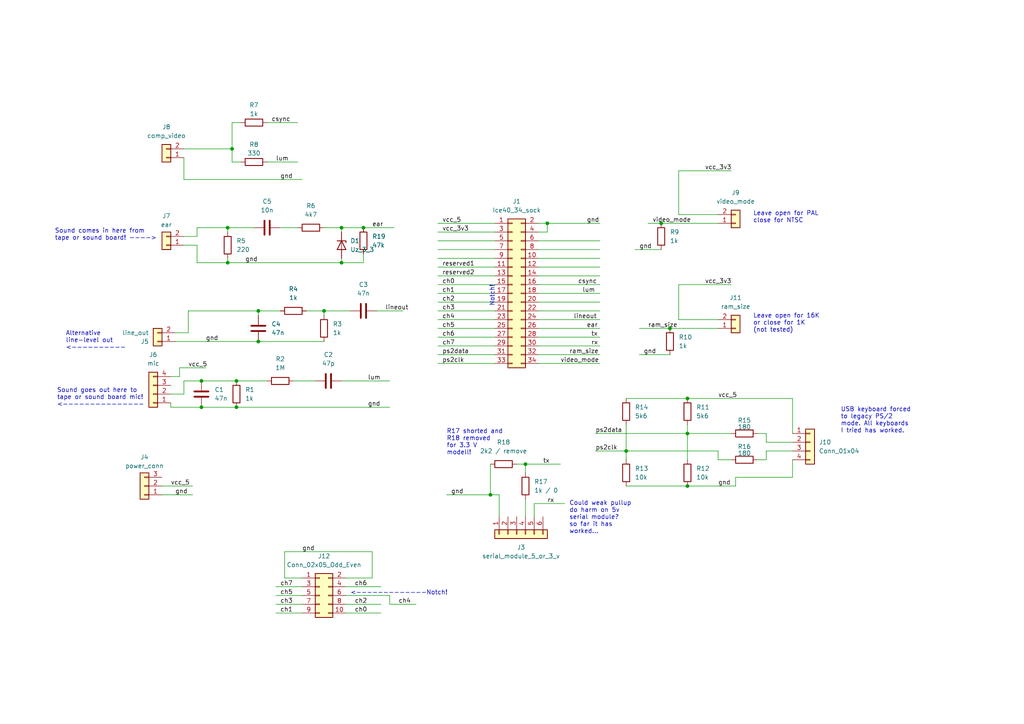
<source format=kicad_sch>
(kicad_sch (version 20230121) (generator eeschema)

  (uuid 2800afe7-77be-484b-bd4a-9b658d19e3cf)

  (paper "A4")

  (lib_symbols
    (symbol "Connector_Generic:Conn_01x02" (pin_names (offset 1.016) hide) (in_bom yes) (on_board yes)
      (property "Reference" "J" (at 0 2.54 0)
        (effects (font (size 1.27 1.27)))
      )
      (property "Value" "Conn_01x02" (at 0 -5.08 0)
        (effects (font (size 1.27 1.27)))
      )
      (property "Footprint" "" (at 0 0 0)
        (effects (font (size 1.27 1.27)) hide)
      )
      (property "Datasheet" "~" (at 0 0 0)
        (effects (font (size 1.27 1.27)) hide)
      )
      (property "ki_keywords" "connector" (at 0 0 0)
        (effects (font (size 1.27 1.27)) hide)
      )
      (property "ki_description" "Generic connector, single row, 01x02, script generated (kicad-library-utils/schlib/autogen/connector/)" (at 0 0 0)
        (effects (font (size 1.27 1.27)) hide)
      )
      (property "ki_fp_filters" "Connector*:*_1x??_*" (at 0 0 0)
        (effects (font (size 1.27 1.27)) hide)
      )
      (symbol "Conn_01x02_1_1"
        (rectangle (start -1.27 -2.413) (end 0 -2.667)
          (stroke (width 0.1524) (type default))
          (fill (type none))
        )
        (rectangle (start -1.27 0.127) (end 0 -0.127)
          (stroke (width 0.1524) (type default))
          (fill (type none))
        )
        (rectangle (start -1.27 1.27) (end 1.27 -3.81)
          (stroke (width 0.254) (type default))
          (fill (type background))
        )
        (pin passive line (at -5.08 0 0) (length 3.81)
          (name "Pin_1" (effects (font (size 1.27 1.27))))
          (number "1" (effects (font (size 1.27 1.27))))
        )
        (pin passive line (at -5.08 -2.54 0) (length 3.81)
          (name "Pin_2" (effects (font (size 1.27 1.27))))
          (number "2" (effects (font (size 1.27 1.27))))
        )
      )
    )
    (symbol "Connector_Generic:Conn_01x03" (pin_names (offset 1.016) hide) (in_bom yes) (on_board yes)
      (property "Reference" "J" (at 0 5.08 0)
        (effects (font (size 1.27 1.27)))
      )
      (property "Value" "Conn_01x03" (at 0 -5.08 0)
        (effects (font (size 1.27 1.27)))
      )
      (property "Footprint" "" (at 0 0 0)
        (effects (font (size 1.27 1.27)) hide)
      )
      (property "Datasheet" "~" (at 0 0 0)
        (effects (font (size 1.27 1.27)) hide)
      )
      (property "ki_keywords" "connector" (at 0 0 0)
        (effects (font (size 1.27 1.27)) hide)
      )
      (property "ki_description" "Generic connector, single row, 01x03, script generated (kicad-library-utils/schlib/autogen/connector/)" (at 0 0 0)
        (effects (font (size 1.27 1.27)) hide)
      )
      (property "ki_fp_filters" "Connector*:*_1x??_*" (at 0 0 0)
        (effects (font (size 1.27 1.27)) hide)
      )
      (symbol "Conn_01x03_1_1"
        (rectangle (start -1.27 -2.413) (end 0 -2.667)
          (stroke (width 0.1524) (type default))
          (fill (type none))
        )
        (rectangle (start -1.27 0.127) (end 0 -0.127)
          (stroke (width 0.1524) (type default))
          (fill (type none))
        )
        (rectangle (start -1.27 2.667) (end 0 2.413)
          (stroke (width 0.1524) (type default))
          (fill (type none))
        )
        (rectangle (start -1.27 3.81) (end 1.27 -3.81)
          (stroke (width 0.254) (type default))
          (fill (type background))
        )
        (pin passive line (at -5.08 2.54 0) (length 3.81)
          (name "Pin_1" (effects (font (size 1.27 1.27))))
          (number "1" (effects (font (size 1.27 1.27))))
        )
        (pin passive line (at -5.08 0 0) (length 3.81)
          (name "Pin_2" (effects (font (size 1.27 1.27))))
          (number "2" (effects (font (size 1.27 1.27))))
        )
        (pin passive line (at -5.08 -2.54 0) (length 3.81)
          (name "Pin_3" (effects (font (size 1.27 1.27))))
          (number "3" (effects (font (size 1.27 1.27))))
        )
      )
    )
    (symbol "Connector_Generic:Conn_01x04" (pin_names (offset 1.016) hide) (in_bom yes) (on_board yes)
      (property "Reference" "J" (at 0 5.08 0)
        (effects (font (size 1.27 1.27)))
      )
      (property "Value" "Conn_01x04" (at 0 -7.62 0)
        (effects (font (size 1.27 1.27)))
      )
      (property "Footprint" "" (at 0 0 0)
        (effects (font (size 1.27 1.27)) hide)
      )
      (property "Datasheet" "~" (at 0 0 0)
        (effects (font (size 1.27 1.27)) hide)
      )
      (property "ki_keywords" "connector" (at 0 0 0)
        (effects (font (size 1.27 1.27)) hide)
      )
      (property "ki_description" "Generic connector, single row, 01x04, script generated (kicad-library-utils/schlib/autogen/connector/)" (at 0 0 0)
        (effects (font (size 1.27 1.27)) hide)
      )
      (property "ki_fp_filters" "Connector*:*_1x??_*" (at 0 0 0)
        (effects (font (size 1.27 1.27)) hide)
      )
      (symbol "Conn_01x04_1_1"
        (rectangle (start -1.27 -4.953) (end 0 -5.207)
          (stroke (width 0.1524) (type default))
          (fill (type none))
        )
        (rectangle (start -1.27 -2.413) (end 0 -2.667)
          (stroke (width 0.1524) (type default))
          (fill (type none))
        )
        (rectangle (start -1.27 0.127) (end 0 -0.127)
          (stroke (width 0.1524) (type default))
          (fill (type none))
        )
        (rectangle (start -1.27 2.667) (end 0 2.413)
          (stroke (width 0.1524) (type default))
          (fill (type none))
        )
        (rectangle (start -1.27 3.81) (end 1.27 -6.35)
          (stroke (width 0.254) (type default))
          (fill (type background))
        )
        (pin passive line (at -5.08 2.54 0) (length 3.81)
          (name "Pin_1" (effects (font (size 1.27 1.27))))
          (number "1" (effects (font (size 1.27 1.27))))
        )
        (pin passive line (at -5.08 0 0) (length 3.81)
          (name "Pin_2" (effects (font (size 1.27 1.27))))
          (number "2" (effects (font (size 1.27 1.27))))
        )
        (pin passive line (at -5.08 -2.54 0) (length 3.81)
          (name "Pin_3" (effects (font (size 1.27 1.27))))
          (number "3" (effects (font (size 1.27 1.27))))
        )
        (pin passive line (at -5.08 -5.08 0) (length 3.81)
          (name "Pin_4" (effects (font (size 1.27 1.27))))
          (number "4" (effects (font (size 1.27 1.27))))
        )
      )
    )
    (symbol "Connector_Generic:Conn_01x06" (pin_names (offset 1.016) hide) (in_bom yes) (on_board yes)
      (property "Reference" "J" (at 0 7.62 0)
        (effects (font (size 1.27 1.27)))
      )
      (property "Value" "Conn_01x06" (at 0 -10.16 0)
        (effects (font (size 1.27 1.27)))
      )
      (property "Footprint" "" (at 0 0 0)
        (effects (font (size 1.27 1.27)) hide)
      )
      (property "Datasheet" "~" (at 0 0 0)
        (effects (font (size 1.27 1.27)) hide)
      )
      (property "ki_keywords" "connector" (at 0 0 0)
        (effects (font (size 1.27 1.27)) hide)
      )
      (property "ki_description" "Generic connector, single row, 01x06, script generated (kicad-library-utils/schlib/autogen/connector/)" (at 0 0 0)
        (effects (font (size 1.27 1.27)) hide)
      )
      (property "ki_fp_filters" "Connector*:*_1x??_*" (at 0 0 0)
        (effects (font (size 1.27 1.27)) hide)
      )
      (symbol "Conn_01x06_1_1"
        (rectangle (start -1.27 -7.493) (end 0 -7.747)
          (stroke (width 0.1524) (type default))
          (fill (type none))
        )
        (rectangle (start -1.27 -4.953) (end 0 -5.207)
          (stroke (width 0.1524) (type default))
          (fill (type none))
        )
        (rectangle (start -1.27 -2.413) (end 0 -2.667)
          (stroke (width 0.1524) (type default))
          (fill (type none))
        )
        (rectangle (start -1.27 0.127) (end 0 -0.127)
          (stroke (width 0.1524) (type default))
          (fill (type none))
        )
        (rectangle (start -1.27 2.667) (end 0 2.413)
          (stroke (width 0.1524) (type default))
          (fill (type none))
        )
        (rectangle (start -1.27 5.207) (end 0 4.953)
          (stroke (width 0.1524) (type default))
          (fill (type none))
        )
        (rectangle (start -1.27 6.35) (end 1.27 -8.89)
          (stroke (width 0.254) (type default))
          (fill (type background))
        )
        (pin passive line (at -5.08 5.08 0) (length 3.81)
          (name "Pin_1" (effects (font (size 1.27 1.27))))
          (number "1" (effects (font (size 1.27 1.27))))
        )
        (pin passive line (at -5.08 2.54 0) (length 3.81)
          (name "Pin_2" (effects (font (size 1.27 1.27))))
          (number "2" (effects (font (size 1.27 1.27))))
        )
        (pin passive line (at -5.08 0 0) (length 3.81)
          (name "Pin_3" (effects (font (size 1.27 1.27))))
          (number "3" (effects (font (size 1.27 1.27))))
        )
        (pin passive line (at -5.08 -2.54 0) (length 3.81)
          (name "Pin_4" (effects (font (size 1.27 1.27))))
          (number "4" (effects (font (size 1.27 1.27))))
        )
        (pin passive line (at -5.08 -5.08 0) (length 3.81)
          (name "Pin_5" (effects (font (size 1.27 1.27))))
          (number "5" (effects (font (size 1.27 1.27))))
        )
        (pin passive line (at -5.08 -7.62 0) (length 3.81)
          (name "Pin_6" (effects (font (size 1.27 1.27))))
          (number "6" (effects (font (size 1.27 1.27))))
        )
      )
    )
    (symbol "Connector_Generic:Conn_02x05_Odd_Even" (pin_names (offset 1.016) hide) (in_bom yes) (on_board yes)
      (property "Reference" "J" (at 1.27 7.62 0)
        (effects (font (size 1.27 1.27)))
      )
      (property "Value" "Conn_02x05_Odd_Even" (at 1.27 -7.62 0)
        (effects (font (size 1.27 1.27)))
      )
      (property "Footprint" "" (at 0 0 0)
        (effects (font (size 1.27 1.27)) hide)
      )
      (property "Datasheet" "~" (at 0 0 0)
        (effects (font (size 1.27 1.27)) hide)
      )
      (property "ki_keywords" "connector" (at 0 0 0)
        (effects (font (size 1.27 1.27)) hide)
      )
      (property "ki_description" "Generic connector, double row, 02x05, odd/even pin numbering scheme (row 1 odd numbers, row 2 even numbers), script generated (kicad-library-utils/schlib/autogen/connector/)" (at 0 0 0)
        (effects (font (size 1.27 1.27)) hide)
      )
      (property "ki_fp_filters" "Connector*:*_2x??_*" (at 0 0 0)
        (effects (font (size 1.27 1.27)) hide)
      )
      (symbol "Conn_02x05_Odd_Even_1_1"
        (rectangle (start -1.27 -4.953) (end 0 -5.207)
          (stroke (width 0.1524) (type default))
          (fill (type none))
        )
        (rectangle (start -1.27 -2.413) (end 0 -2.667)
          (stroke (width 0.1524) (type default))
          (fill (type none))
        )
        (rectangle (start -1.27 0.127) (end 0 -0.127)
          (stroke (width 0.1524) (type default))
          (fill (type none))
        )
        (rectangle (start -1.27 2.667) (end 0 2.413)
          (stroke (width 0.1524) (type default))
          (fill (type none))
        )
        (rectangle (start -1.27 5.207) (end 0 4.953)
          (stroke (width 0.1524) (type default))
          (fill (type none))
        )
        (rectangle (start -1.27 6.35) (end 3.81 -6.35)
          (stroke (width 0.254) (type default))
          (fill (type background))
        )
        (rectangle (start 3.81 -4.953) (end 2.54 -5.207)
          (stroke (width 0.1524) (type default))
          (fill (type none))
        )
        (rectangle (start 3.81 -2.413) (end 2.54 -2.667)
          (stroke (width 0.1524) (type default))
          (fill (type none))
        )
        (rectangle (start 3.81 0.127) (end 2.54 -0.127)
          (stroke (width 0.1524) (type default))
          (fill (type none))
        )
        (rectangle (start 3.81 2.667) (end 2.54 2.413)
          (stroke (width 0.1524) (type default))
          (fill (type none))
        )
        (rectangle (start 3.81 5.207) (end 2.54 4.953)
          (stroke (width 0.1524) (type default))
          (fill (type none))
        )
        (pin passive line (at -5.08 5.08 0) (length 3.81)
          (name "Pin_1" (effects (font (size 1.27 1.27))))
          (number "1" (effects (font (size 1.27 1.27))))
        )
        (pin passive line (at 7.62 -5.08 180) (length 3.81)
          (name "Pin_10" (effects (font (size 1.27 1.27))))
          (number "10" (effects (font (size 1.27 1.27))))
        )
        (pin passive line (at 7.62 5.08 180) (length 3.81)
          (name "Pin_2" (effects (font (size 1.27 1.27))))
          (number "2" (effects (font (size 1.27 1.27))))
        )
        (pin passive line (at -5.08 2.54 0) (length 3.81)
          (name "Pin_3" (effects (font (size 1.27 1.27))))
          (number "3" (effects (font (size 1.27 1.27))))
        )
        (pin passive line (at 7.62 2.54 180) (length 3.81)
          (name "Pin_4" (effects (font (size 1.27 1.27))))
          (number "4" (effects (font (size 1.27 1.27))))
        )
        (pin passive line (at -5.08 0 0) (length 3.81)
          (name "Pin_5" (effects (font (size 1.27 1.27))))
          (number "5" (effects (font (size 1.27 1.27))))
        )
        (pin passive line (at 7.62 0 180) (length 3.81)
          (name "Pin_6" (effects (font (size 1.27 1.27))))
          (number "6" (effects (font (size 1.27 1.27))))
        )
        (pin passive line (at -5.08 -2.54 0) (length 3.81)
          (name "Pin_7" (effects (font (size 1.27 1.27))))
          (number "7" (effects (font (size 1.27 1.27))))
        )
        (pin passive line (at 7.62 -2.54 180) (length 3.81)
          (name "Pin_8" (effects (font (size 1.27 1.27))))
          (number "8" (effects (font (size 1.27 1.27))))
        )
        (pin passive line (at -5.08 -5.08 0) (length 3.81)
          (name "Pin_9" (effects (font (size 1.27 1.27))))
          (number "9" (effects (font (size 1.27 1.27))))
        )
      )
    )
    (symbol "Connector_Generic:Conn_02x17_Odd_Even" (pin_names (offset 1.016) hide) (in_bom yes) (on_board yes)
      (property "Reference" "J" (at 1.27 22.86 0)
        (effects (font (size 1.27 1.27)))
      )
      (property "Value" "Conn_02x17_Odd_Even" (at 1.27 -22.86 0)
        (effects (font (size 1.27 1.27)))
      )
      (property "Footprint" "" (at 0 0 0)
        (effects (font (size 1.27 1.27)) hide)
      )
      (property "Datasheet" "~" (at 0 0 0)
        (effects (font (size 1.27 1.27)) hide)
      )
      (property "ki_keywords" "connector" (at 0 0 0)
        (effects (font (size 1.27 1.27)) hide)
      )
      (property "ki_description" "Generic connector, double row, 02x17, odd/even pin numbering scheme (row 1 odd numbers, row 2 even numbers), script generated (kicad-library-utils/schlib/autogen/connector/)" (at 0 0 0)
        (effects (font (size 1.27 1.27)) hide)
      )
      (property "ki_fp_filters" "Connector*:*_2x??_*" (at 0 0 0)
        (effects (font (size 1.27 1.27)) hide)
      )
      (symbol "Conn_02x17_Odd_Even_1_1"
        (rectangle (start -1.27 -20.193) (end 0 -20.447)
          (stroke (width 0.1524) (type default))
          (fill (type none))
        )
        (rectangle (start -1.27 -17.653) (end 0 -17.907)
          (stroke (width 0.1524) (type default))
          (fill (type none))
        )
        (rectangle (start -1.27 -15.113) (end 0 -15.367)
          (stroke (width 0.1524) (type default))
          (fill (type none))
        )
        (rectangle (start -1.27 -12.573) (end 0 -12.827)
          (stroke (width 0.1524) (type default))
          (fill (type none))
        )
        (rectangle (start -1.27 -10.033) (end 0 -10.287)
          (stroke (width 0.1524) (type default))
          (fill (type none))
        )
        (rectangle (start -1.27 -7.493) (end 0 -7.747)
          (stroke (width 0.1524) (type default))
          (fill (type none))
        )
        (rectangle (start -1.27 -4.953) (end 0 -5.207)
          (stroke (width 0.1524) (type default))
          (fill (type none))
        )
        (rectangle (start -1.27 -2.413) (end 0 -2.667)
          (stroke (width 0.1524) (type default))
          (fill (type none))
        )
        (rectangle (start -1.27 0.127) (end 0 -0.127)
          (stroke (width 0.1524) (type default))
          (fill (type none))
        )
        (rectangle (start -1.27 2.667) (end 0 2.413)
          (stroke (width 0.1524) (type default))
          (fill (type none))
        )
        (rectangle (start -1.27 5.207) (end 0 4.953)
          (stroke (width 0.1524) (type default))
          (fill (type none))
        )
        (rectangle (start -1.27 7.747) (end 0 7.493)
          (stroke (width 0.1524) (type default))
          (fill (type none))
        )
        (rectangle (start -1.27 10.287) (end 0 10.033)
          (stroke (width 0.1524) (type default))
          (fill (type none))
        )
        (rectangle (start -1.27 12.827) (end 0 12.573)
          (stroke (width 0.1524) (type default))
          (fill (type none))
        )
        (rectangle (start -1.27 15.367) (end 0 15.113)
          (stroke (width 0.1524) (type default))
          (fill (type none))
        )
        (rectangle (start -1.27 17.907) (end 0 17.653)
          (stroke (width 0.1524) (type default))
          (fill (type none))
        )
        (rectangle (start -1.27 20.447) (end 0 20.193)
          (stroke (width 0.1524) (type default))
          (fill (type none))
        )
        (rectangle (start -1.27 21.59) (end 3.81 -21.59)
          (stroke (width 0.254) (type default))
          (fill (type background))
        )
        (rectangle (start 3.81 -20.193) (end 2.54 -20.447)
          (stroke (width 0.1524) (type default))
          (fill (type none))
        )
        (rectangle (start 3.81 -17.653) (end 2.54 -17.907)
          (stroke (width 0.1524) (type default))
          (fill (type none))
        )
        (rectangle (start 3.81 -15.113) (end 2.54 -15.367)
          (stroke (width 0.1524) (type default))
          (fill (type none))
        )
        (rectangle (start 3.81 -12.573) (end 2.54 -12.827)
          (stroke (width 0.1524) (type default))
          (fill (type none))
        )
        (rectangle (start 3.81 -10.033) (end 2.54 -10.287)
          (stroke (width 0.1524) (type default))
          (fill (type none))
        )
        (rectangle (start 3.81 -7.493) (end 2.54 -7.747)
          (stroke (width 0.1524) (type default))
          (fill (type none))
        )
        (rectangle (start 3.81 -4.953) (end 2.54 -5.207)
          (stroke (width 0.1524) (type default))
          (fill (type none))
        )
        (rectangle (start 3.81 -2.413) (end 2.54 -2.667)
          (stroke (width 0.1524) (type default))
          (fill (type none))
        )
        (rectangle (start 3.81 0.127) (end 2.54 -0.127)
          (stroke (width 0.1524) (type default))
          (fill (type none))
        )
        (rectangle (start 3.81 2.667) (end 2.54 2.413)
          (stroke (width 0.1524) (type default))
          (fill (type none))
        )
        (rectangle (start 3.81 5.207) (end 2.54 4.953)
          (stroke (width 0.1524) (type default))
          (fill (type none))
        )
        (rectangle (start 3.81 7.747) (end 2.54 7.493)
          (stroke (width 0.1524) (type default))
          (fill (type none))
        )
        (rectangle (start 3.81 10.287) (end 2.54 10.033)
          (stroke (width 0.1524) (type default))
          (fill (type none))
        )
        (rectangle (start 3.81 12.827) (end 2.54 12.573)
          (stroke (width 0.1524) (type default))
          (fill (type none))
        )
        (rectangle (start 3.81 15.367) (end 2.54 15.113)
          (stroke (width 0.1524) (type default))
          (fill (type none))
        )
        (rectangle (start 3.81 17.907) (end 2.54 17.653)
          (stroke (width 0.1524) (type default))
          (fill (type none))
        )
        (rectangle (start 3.81 20.447) (end 2.54 20.193)
          (stroke (width 0.1524) (type default))
          (fill (type none))
        )
        (pin passive line (at -5.08 20.32 0) (length 3.81)
          (name "Pin_1" (effects (font (size 1.27 1.27))))
          (number "1" (effects (font (size 1.27 1.27))))
        )
        (pin passive line (at 7.62 10.16 180) (length 3.81)
          (name "Pin_10" (effects (font (size 1.27 1.27))))
          (number "10" (effects (font (size 1.27 1.27))))
        )
        (pin passive line (at -5.08 7.62 0) (length 3.81)
          (name "Pin_11" (effects (font (size 1.27 1.27))))
          (number "11" (effects (font (size 1.27 1.27))))
        )
        (pin passive line (at 7.62 7.62 180) (length 3.81)
          (name "Pin_12" (effects (font (size 1.27 1.27))))
          (number "12" (effects (font (size 1.27 1.27))))
        )
        (pin passive line (at -5.08 5.08 0) (length 3.81)
          (name "Pin_13" (effects (font (size 1.27 1.27))))
          (number "13" (effects (font (size 1.27 1.27))))
        )
        (pin passive line (at 7.62 5.08 180) (length 3.81)
          (name "Pin_14" (effects (font (size 1.27 1.27))))
          (number "14" (effects (font (size 1.27 1.27))))
        )
        (pin passive line (at -5.08 2.54 0) (length 3.81)
          (name "Pin_15" (effects (font (size 1.27 1.27))))
          (number "15" (effects (font (size 1.27 1.27))))
        )
        (pin passive line (at 7.62 2.54 180) (length 3.81)
          (name "Pin_16" (effects (font (size 1.27 1.27))))
          (number "16" (effects (font (size 1.27 1.27))))
        )
        (pin passive line (at -5.08 0 0) (length 3.81)
          (name "Pin_17" (effects (font (size 1.27 1.27))))
          (number "17" (effects (font (size 1.27 1.27))))
        )
        (pin passive line (at 7.62 0 180) (length 3.81)
          (name "Pin_18" (effects (font (size 1.27 1.27))))
          (number "18" (effects (font (size 1.27 1.27))))
        )
        (pin passive line (at -5.08 -2.54 0) (length 3.81)
          (name "Pin_19" (effects (font (size 1.27 1.27))))
          (number "19" (effects (font (size 1.27 1.27))))
        )
        (pin passive line (at 7.62 20.32 180) (length 3.81)
          (name "Pin_2" (effects (font (size 1.27 1.27))))
          (number "2" (effects (font (size 1.27 1.27))))
        )
        (pin passive line (at 7.62 -2.54 180) (length 3.81)
          (name "Pin_20" (effects (font (size 1.27 1.27))))
          (number "20" (effects (font (size 1.27 1.27))))
        )
        (pin passive line (at -5.08 -5.08 0) (length 3.81)
          (name "Pin_21" (effects (font (size 1.27 1.27))))
          (number "21" (effects (font (size 1.27 1.27))))
        )
        (pin passive line (at 7.62 -5.08 180) (length 3.81)
          (name "Pin_22" (effects (font (size 1.27 1.27))))
          (number "22" (effects (font (size 1.27 1.27))))
        )
        (pin passive line (at -5.08 -7.62 0) (length 3.81)
          (name "Pin_23" (effects (font (size 1.27 1.27))))
          (number "23" (effects (font (size 1.27 1.27))))
        )
        (pin passive line (at 7.62 -7.62 180) (length 3.81)
          (name "Pin_24" (effects (font (size 1.27 1.27))))
          (number "24" (effects (font (size 1.27 1.27))))
        )
        (pin passive line (at -5.08 -10.16 0) (length 3.81)
          (name "Pin_25" (effects (font (size 1.27 1.27))))
          (number "25" (effects (font (size 1.27 1.27))))
        )
        (pin passive line (at 7.62 -10.16 180) (length 3.81)
          (name "Pin_26" (effects (font (size 1.27 1.27))))
          (number "26" (effects (font (size 1.27 1.27))))
        )
        (pin passive line (at -5.08 -12.7 0) (length 3.81)
          (name "Pin_27" (effects (font (size 1.27 1.27))))
          (number "27" (effects (font (size 1.27 1.27))))
        )
        (pin passive line (at 7.62 -12.7 180) (length 3.81)
          (name "Pin_28" (effects (font (size 1.27 1.27))))
          (number "28" (effects (font (size 1.27 1.27))))
        )
        (pin passive line (at -5.08 -15.24 0) (length 3.81)
          (name "Pin_29" (effects (font (size 1.27 1.27))))
          (number "29" (effects (font (size 1.27 1.27))))
        )
        (pin passive line (at -5.08 17.78 0) (length 3.81)
          (name "Pin_3" (effects (font (size 1.27 1.27))))
          (number "3" (effects (font (size 1.27 1.27))))
        )
        (pin passive line (at 7.62 -15.24 180) (length 3.81)
          (name "Pin_30" (effects (font (size 1.27 1.27))))
          (number "30" (effects (font (size 1.27 1.27))))
        )
        (pin passive line (at -5.08 -17.78 0) (length 3.81)
          (name "Pin_31" (effects (font (size 1.27 1.27))))
          (number "31" (effects (font (size 1.27 1.27))))
        )
        (pin passive line (at 7.62 -17.78 180) (length 3.81)
          (name "Pin_32" (effects (font (size 1.27 1.27))))
          (number "32" (effects (font (size 1.27 1.27))))
        )
        (pin passive line (at -5.08 -20.32 0) (length 3.81)
          (name "Pin_33" (effects (font (size 1.27 1.27))))
          (number "33" (effects (font (size 1.27 1.27))))
        )
        (pin passive line (at 7.62 -20.32 180) (length 3.81)
          (name "Pin_34" (effects (font (size 1.27 1.27))))
          (number "34" (effects (font (size 1.27 1.27))))
        )
        (pin passive line (at 7.62 17.78 180) (length 3.81)
          (name "Pin_4" (effects (font (size 1.27 1.27))))
          (number "4" (effects (font (size 1.27 1.27))))
        )
        (pin passive line (at -5.08 15.24 0) (length 3.81)
          (name "Pin_5" (effects (font (size 1.27 1.27))))
          (number "5" (effects (font (size 1.27 1.27))))
        )
        (pin passive line (at 7.62 15.24 180) (length 3.81)
          (name "Pin_6" (effects (font (size 1.27 1.27))))
          (number "6" (effects (font (size 1.27 1.27))))
        )
        (pin passive line (at -5.08 12.7 0) (length 3.81)
          (name "Pin_7" (effects (font (size 1.27 1.27))))
          (number "7" (effects (font (size 1.27 1.27))))
        )
        (pin passive line (at 7.62 12.7 180) (length 3.81)
          (name "Pin_8" (effects (font (size 1.27 1.27))))
          (number "8" (effects (font (size 1.27 1.27))))
        )
        (pin passive line (at -5.08 10.16 0) (length 3.81)
          (name "Pin_9" (effects (font (size 1.27 1.27))))
          (number "9" (effects (font (size 1.27 1.27))))
        )
      )
    )
    (symbol "Device:C" (pin_numbers hide) (pin_names (offset 0.254)) (in_bom yes) (on_board yes)
      (property "Reference" "C" (at 0.635 2.54 0)
        (effects (font (size 1.27 1.27)) (justify left))
      )
      (property "Value" "C" (at 0.635 -2.54 0)
        (effects (font (size 1.27 1.27)) (justify left))
      )
      (property "Footprint" "" (at 0.9652 -3.81 0)
        (effects (font (size 1.27 1.27)) hide)
      )
      (property "Datasheet" "~" (at 0 0 0)
        (effects (font (size 1.27 1.27)) hide)
      )
      (property "ki_keywords" "cap capacitor" (at 0 0 0)
        (effects (font (size 1.27 1.27)) hide)
      )
      (property "ki_description" "Unpolarized capacitor" (at 0 0 0)
        (effects (font (size 1.27 1.27)) hide)
      )
      (property "ki_fp_filters" "C_*" (at 0 0 0)
        (effects (font (size 1.27 1.27)) hide)
      )
      (symbol "C_0_1"
        (polyline
          (pts
            (xy -2.032 -0.762)
            (xy 2.032 -0.762)
          )
          (stroke (width 0.508) (type default))
          (fill (type none))
        )
        (polyline
          (pts
            (xy -2.032 0.762)
            (xy 2.032 0.762)
          )
          (stroke (width 0.508) (type default))
          (fill (type none))
        )
      )
      (symbol "C_1_1"
        (pin passive line (at 0 3.81 270) (length 2.794)
          (name "~" (effects (font (size 1.27 1.27))))
          (number "1" (effects (font (size 1.27 1.27))))
        )
        (pin passive line (at 0 -3.81 90) (length 2.794)
          (name "~" (effects (font (size 1.27 1.27))))
          (number "2" (effects (font (size 1.27 1.27))))
        )
      )
    )
    (symbol "Device:D_Zener" (pin_numbers hide) (pin_names (offset 1.016) hide) (in_bom yes) (on_board yes)
      (property "Reference" "D" (at 0 2.54 0)
        (effects (font (size 1.27 1.27)))
      )
      (property "Value" "D_Zener" (at 0 -2.54 0)
        (effects (font (size 1.27 1.27)))
      )
      (property "Footprint" "" (at 0 0 0)
        (effects (font (size 1.27 1.27)) hide)
      )
      (property "Datasheet" "~" (at 0 0 0)
        (effects (font (size 1.27 1.27)) hide)
      )
      (property "ki_keywords" "diode" (at 0 0 0)
        (effects (font (size 1.27 1.27)) hide)
      )
      (property "ki_description" "Zener diode" (at 0 0 0)
        (effects (font (size 1.27 1.27)) hide)
      )
      (property "ki_fp_filters" "TO-???* *_Diode_* *SingleDiode* D_*" (at 0 0 0)
        (effects (font (size 1.27 1.27)) hide)
      )
      (symbol "D_Zener_0_1"
        (polyline
          (pts
            (xy 1.27 0)
            (xy -1.27 0)
          )
          (stroke (width 0) (type default))
          (fill (type none))
        )
        (polyline
          (pts
            (xy -1.27 -1.27)
            (xy -1.27 1.27)
            (xy -0.762 1.27)
          )
          (stroke (width 0.254) (type default))
          (fill (type none))
        )
        (polyline
          (pts
            (xy 1.27 -1.27)
            (xy 1.27 1.27)
            (xy -1.27 0)
            (xy 1.27 -1.27)
          )
          (stroke (width 0.254) (type default))
          (fill (type none))
        )
      )
      (symbol "D_Zener_1_1"
        (pin passive line (at -3.81 0 0) (length 2.54)
          (name "K" (effects (font (size 1.27 1.27))))
          (number "1" (effects (font (size 1.27 1.27))))
        )
        (pin passive line (at 3.81 0 180) (length 2.54)
          (name "A" (effects (font (size 1.27 1.27))))
          (number "2" (effects (font (size 1.27 1.27))))
        )
      )
    )
    (symbol "Device:R" (pin_numbers hide) (pin_names (offset 0)) (in_bom yes) (on_board yes)
      (property "Reference" "R" (at 2.032 0 90)
        (effects (font (size 1.27 1.27)))
      )
      (property "Value" "R" (at 0 0 90)
        (effects (font (size 1.27 1.27)))
      )
      (property "Footprint" "" (at -1.778 0 90)
        (effects (font (size 1.27 1.27)) hide)
      )
      (property "Datasheet" "~" (at 0 0 0)
        (effects (font (size 1.27 1.27)) hide)
      )
      (property "ki_keywords" "R res resistor" (at 0 0 0)
        (effects (font (size 1.27 1.27)) hide)
      )
      (property "ki_description" "Resistor" (at 0 0 0)
        (effects (font (size 1.27 1.27)) hide)
      )
      (property "ki_fp_filters" "R_*" (at 0 0 0)
        (effects (font (size 1.27 1.27)) hide)
      )
      (symbol "R_0_1"
        (rectangle (start -1.016 -2.54) (end 1.016 2.54)
          (stroke (width 0.254) (type default))
          (fill (type none))
        )
      )
      (symbol "R_1_1"
        (pin passive line (at 0 3.81 270) (length 1.27)
          (name "~" (effects (font (size 1.27 1.27))))
          (number "1" (effects (font (size 1.27 1.27))))
        )
        (pin passive line (at 0 -3.81 90) (length 1.27)
          (name "~" (effects (font (size 1.27 1.27))))
          (number "2" (effects (font (size 1.27 1.27))))
        )
      )
    )
  )

  (junction (at 158.75 64.77) (diameter 0) (color 0 0 0 0)
    (uuid 01085d2b-2a09-45e0-848e-7cf8def4259f)
  )
  (junction (at 67.31 43.18) (diameter 0) (color 0 0 0 0)
    (uuid 080f508f-30e5-4c82-abe1-e971162d0303)
  )
  (junction (at 74.93 99.06) (diameter 0) (color 0 0 0 0)
    (uuid 0bac53fb-49e7-471a-b5df-c22efe5c2b7b)
  )
  (junction (at 74.93 90.17) (diameter 0) (color 0 0 0 0)
    (uuid 0e54d0ee-fc9d-486b-8a08-7b8ad26baa59)
  )
  (junction (at 99.06 66.04) (diameter 0) (color 0 0 0 0)
    (uuid 12a55519-4bee-48f1-a2f8-c768e4e8c6ed)
  )
  (junction (at 58.42 110.49) (diameter 0) (color 0 0 0 0)
    (uuid 414c2e0c-bd25-4d23-9937-1b6806b62377)
  )
  (junction (at 105.41 66.04) (diameter 0) (color 0 0 0 0)
    (uuid 4692d78b-ce87-440f-9103-a84e957b8be3)
  )
  (junction (at 68.58 110.49) (diameter 0) (color 0 0 0 0)
    (uuid 588695ff-60cb-44f9-8751-b99070e7fd94)
  )
  (junction (at 68.58 118.11) (diameter 0) (color 0 0 0 0)
    (uuid 78113cc1-7041-44db-b584-b09b96f3597f)
  )
  (junction (at 93.98 90.17) (diameter 0) (color 0 0 0 0)
    (uuid 7fa1646c-e718-44bd-a0e4-9f77f2ef7c89)
  )
  (junction (at 199.39 140.97) (diameter 0) (color 0 0 0 0)
    (uuid 8cd6c8d7-339c-4e9b-8723-478491668f20)
  )
  (junction (at 199.39 115.57) (diameter 0) (color 0 0 0 0)
    (uuid 8fbe0e32-6648-430e-9a7b-6b4ecab96c5c)
  )
  (junction (at 181.61 130.81) (diameter 0) (color 0 0 0 0)
    (uuid 956405d2-c149-4c67-bb0a-592571c151c9)
  )
  (junction (at 66.04 66.04) (diameter 0) (color 0 0 0 0)
    (uuid a3adf793-b5fa-4f94-9718-975e2b364b2a)
  )
  (junction (at 66.04 76.2) (diameter 0) (color 0 0 0 0)
    (uuid a4e49764-b5a4-40cd-97ee-57b72abd925c)
  )
  (junction (at 194.31 95.25) (diameter 0) (color 0 0 0 0)
    (uuid aab07359-7d74-498a-b3f2-9018a629ff89)
  )
  (junction (at 199.39 125.73) (diameter 0) (color 0 0 0 0)
    (uuid b1658eea-ceeb-4516-b546-3e393edbd63d)
  )
  (junction (at 99.06 76.2) (diameter 0) (color 0 0 0 0)
    (uuid b8ef1967-8095-4360-97e4-840c143bffb8)
  )
  (junction (at 142.24 143.51) (diameter 0) (color 0 0 0 0)
    (uuid c43904f0-4064-44f3-b671-28e80b7e436e)
  )
  (junction (at 152.4 134.62) (diameter 0) (color 0 0 0 0)
    (uuid cfd2b4f1-e974-401f-a2be-d1e215ff94be)
  )
  (junction (at 58.42 118.11) (diameter 0) (color 0 0 0 0)
    (uuid d131066f-ab97-475e-ae5a-99b7ad7de3c5)
  )
  (junction (at 191.77 64.77) (diameter 0) (color 0 0 0 0)
    (uuid f2dfa799-e1b9-4692-a722-536069f97063)
  )

  (wire (pts (xy 53.34 43.18) (xy 67.31 43.18))
    (stroke (width 0) (type default))
    (uuid 01c33a85-f376-4213-845b-f03edca13e43)
  )
  (wire (pts (xy 127 90.17) (xy 143.51 90.17))
    (stroke (width 0) (type default))
    (uuid 04a7bca5-a8eb-401a-8b92-2a05d6cfdc14)
  )
  (wire (pts (xy 82.55 167.64) (xy 87.63 167.64))
    (stroke (width 0) (type default))
    (uuid 08bf47f9-f32f-4a87-90e3-4fb61de14d12)
  )
  (wire (pts (xy 99.06 66.04) (xy 99.06 67.31))
    (stroke (width 0) (type default))
    (uuid 08eb9ffb-0adf-4109-aeee-c2f2bcfd1c36)
  )
  (wire (pts (xy 68.58 110.49) (xy 77.47 110.49))
    (stroke (width 0) (type default))
    (uuid 0910e92c-7352-4daf-baa3-83ccf0de5e5f)
  )
  (wire (pts (xy 68.58 118.11) (xy 113.03 118.11))
    (stroke (width 0) (type default))
    (uuid 09eb80e4-22be-4c75-ac6d-3fa92ba2c3fa)
  )
  (wire (pts (xy 156.21 105.41) (xy 173.99 105.41))
    (stroke (width 0) (type default))
    (uuid 0a6494cd-556c-4bc3-b23e-d3bd22f81687)
  )
  (wire (pts (xy 142.24 134.62) (xy 142.24 143.51))
    (stroke (width 0) (type default))
    (uuid 0f0a97f3-cb60-4836-ae61-9777dce77580)
  )
  (wire (pts (xy 127 64.77) (xy 143.51 64.77))
    (stroke (width 0) (type default))
    (uuid 120f0b6f-6a0e-4b6c-a2f0-9a778e59dbb7)
  )
  (wire (pts (xy 156.21 85.09) (xy 173.99 85.09))
    (stroke (width 0) (type default))
    (uuid 13b18385-32e0-4c89-80dc-44e5bb822669)
  )
  (wire (pts (xy 66.04 76.2) (xy 99.06 76.2))
    (stroke (width 0) (type default))
    (uuid 15f2190f-4a87-4cab-becd-d2b791b11d23)
  )
  (wire (pts (xy 49.53 114.3) (xy 53.34 114.3))
    (stroke (width 0) (type default))
    (uuid 174cb242-7659-4880-ba62-d47c676dc0be)
  )
  (wire (pts (xy 46.99 143.51) (xy 55.88 143.51))
    (stroke (width 0) (type default))
    (uuid 17cca28f-c516-4da4-a867-83bf21fd991e)
  )
  (wire (pts (xy 219.71 125.73) (xy 222.25 125.73))
    (stroke (width 0) (type default))
    (uuid 1a3b5ee8-97d3-4977-a038-1614a1c8adf5)
  )
  (wire (pts (xy 80.01 172.72) (xy 87.63 172.72))
    (stroke (width 0) (type default))
    (uuid 1b34f39b-e0b3-410c-8e47-eb17134dd89a)
  )
  (wire (pts (xy 85.09 110.49) (xy 91.44 110.49))
    (stroke (width 0) (type default))
    (uuid 1bf656e3-a380-40ae-8c0e-ac067b43d56b)
  )
  (wire (pts (xy 57.15 68.58) (xy 57.15 66.04))
    (stroke (width 0) (type default))
    (uuid 1e3960d7-87c9-44f0-b102-14a9185bdc34)
  )
  (wire (pts (xy 208.28 133.35) (xy 208.28 130.81))
    (stroke (width 0) (type default))
    (uuid 228df183-4875-4590-8b32-c4572ad99006)
  )
  (wire (pts (xy 156.21 72.39) (xy 173.99 72.39))
    (stroke (width 0) (type default))
    (uuid 2427e67a-8e93-45c2-bbdb-5b0c8d721347)
  )
  (wire (pts (xy 152.4 144.78) (xy 152.4 149.86))
    (stroke (width 0) (type default))
    (uuid 25cbaaf1-0a5d-4caa-93b5-fe20e30ba6ce)
  )
  (wire (pts (xy 74.93 90.17) (xy 74.93 91.44))
    (stroke (width 0) (type default))
    (uuid 260c7136-9ca5-4bc6-8f4d-ea2055b28b62)
  )
  (wire (pts (xy 105.41 73.66) (xy 105.41 76.2))
    (stroke (width 0) (type default))
    (uuid 28890dcc-8f17-479d-bd61-814bc4f0245e)
  )
  (wire (pts (xy 156.21 102.87) (xy 173.99 102.87))
    (stroke (width 0) (type default))
    (uuid 2c127313-25be-4597-a251-ddfa478f7684)
  )
  (wire (pts (xy 74.93 99.06) (xy 93.98 99.06))
    (stroke (width 0) (type default))
    (uuid 2dba5020-edff-4df3-8a61-7870326c7178)
  )
  (wire (pts (xy 196.85 92.71) (xy 208.28 92.71))
    (stroke (width 0) (type default))
    (uuid 304e6b0f-14f9-47d4-8e03-8eda3b6bdce2)
  )
  (wire (pts (xy 57.15 76.2) (xy 66.04 76.2))
    (stroke (width 0) (type default))
    (uuid 32331db5-1aba-4a78-b8b3-a160caa69e28)
  )
  (wire (pts (xy 127 95.25) (xy 143.51 95.25))
    (stroke (width 0) (type default))
    (uuid 337d5f3a-11c5-4c65-82d9-3cadfe61141b)
  )
  (wire (pts (xy 57.15 66.04) (xy 66.04 66.04))
    (stroke (width 0) (type default))
    (uuid 33d88304-ff72-472b-afd0-0ece8b86fa9a)
  )
  (wire (pts (xy 113.03 175.26) (xy 120.65 175.26))
    (stroke (width 0) (type default))
    (uuid 3528c9ea-429e-4253-a162-6c7ced8b676c)
  )
  (wire (pts (xy 127 69.85) (xy 143.51 69.85))
    (stroke (width 0) (type default))
    (uuid 3716764f-29c7-45a5-9c1e-e6fd05e84e5a)
  )
  (wire (pts (xy 127 67.31) (xy 143.51 67.31))
    (stroke (width 0) (type default))
    (uuid 3976258c-4fc4-4d5c-bfb2-ec20280dae4b)
  )
  (wire (pts (xy 127 105.41) (xy 143.51 105.41))
    (stroke (width 0) (type default))
    (uuid 3d25acd0-052c-4416-9213-c90d59734882)
  )
  (wire (pts (xy 67.31 43.18) (xy 67.31 46.99))
    (stroke (width 0) (type default))
    (uuid 3d5322fc-ef31-4cc6-a3ed-b0345e6cfaa2)
  )
  (wire (pts (xy 185.42 102.87) (xy 194.31 102.87))
    (stroke (width 0) (type default))
    (uuid 3dd0341c-5139-4843-9c3a-3f547311bc70)
  )
  (wire (pts (xy 144.78 149.86) (xy 144.78 143.51))
    (stroke (width 0) (type default))
    (uuid 3febd284-985a-4cf2-9d79-b7d807c7c6d6)
  )
  (wire (pts (xy 156.21 77.47) (xy 173.99 77.47))
    (stroke (width 0) (type default))
    (uuid 422fe616-b280-4d79-9202-e453addaaf0a)
  )
  (wire (pts (xy 127 100.33) (xy 143.51 100.33))
    (stroke (width 0) (type default))
    (uuid 428e85a8-b63a-4c3d-8e7f-2f42c1c34e7d)
  )
  (wire (pts (xy 144.78 143.51) (xy 142.24 143.51))
    (stroke (width 0) (type default))
    (uuid 4310a39d-bb45-4538-b0bd-90dba9c77c5e)
  )
  (wire (pts (xy 199.39 125.73) (xy 212.09 125.73))
    (stroke (width 0) (type default))
    (uuid 443686a1-5015-4487-8691-71b7b4c2ddea)
  )
  (wire (pts (xy 66.04 76.2) (xy 66.04 74.93))
    (stroke (width 0) (type default))
    (uuid 44fb6005-7369-418d-b858-eb8c67f0d34a)
  )
  (wire (pts (xy 222.25 128.27) (xy 229.87 128.27))
    (stroke (width 0) (type default))
    (uuid 453d199d-f203-47c2-8f48-54f315c765a6)
  )
  (wire (pts (xy 229.87 133.35) (xy 229.87 138.43))
    (stroke (width 0) (type default))
    (uuid 48ff5f1f-9aa4-42f2-82f8-1085511cd556)
  )
  (wire (pts (xy 53.34 110.49) (xy 53.34 114.3))
    (stroke (width 0) (type default))
    (uuid 49886600-39b8-46dc-a487-578fdcac380b)
  )
  (wire (pts (xy 109.22 90.17) (xy 116.84 90.17))
    (stroke (width 0) (type default))
    (uuid 49c577fb-a7f8-44c2-91c8-80a72fcd2d96)
  )
  (wire (pts (xy 196.85 62.23) (xy 208.28 62.23))
    (stroke (width 0) (type default))
    (uuid 4af8fe57-15b0-40cd-ad9d-927afbdd1e4a)
  )
  (wire (pts (xy 172.72 125.73) (xy 199.39 125.73))
    (stroke (width 0) (type default))
    (uuid 4fe12958-2de7-4aa1-8188-bea45797ddcf)
  )
  (wire (pts (xy 156.21 87.63) (xy 173.99 87.63))
    (stroke (width 0) (type default))
    (uuid 504baaf6-9707-4af3-a32f-d65498a56a54)
  )
  (wire (pts (xy 156.21 67.31) (xy 158.75 67.31))
    (stroke (width 0) (type default))
    (uuid 533051ff-bb05-4d92-ac7b-23c16867148d)
  )
  (wire (pts (xy 53.34 68.58) (xy 57.15 68.58))
    (stroke (width 0) (type default))
    (uuid 55ed4a07-13bd-40af-a28a-2276896137cb)
  )
  (wire (pts (xy 185.42 95.25) (xy 194.31 95.25))
    (stroke (width 0) (type default))
    (uuid 5800e3cc-8cd8-4960-b4c6-369456ea2177)
  )
  (wire (pts (xy 199.39 123.19) (xy 199.39 125.73))
    (stroke (width 0) (type default))
    (uuid 5807299a-9eb6-4a72-a46f-cfd141fc6404)
  )
  (wire (pts (xy 156.21 64.77) (xy 158.75 64.77))
    (stroke (width 0) (type default))
    (uuid 58190e2f-3ca0-430f-bccb-dcd2c3bd4b56)
  )
  (wire (pts (xy 152.4 134.62) (xy 162.56 134.62))
    (stroke (width 0) (type default))
    (uuid 5cba5f2e-b2a2-4704-b2e1-ea13fbd8cf79)
  )
  (wire (pts (xy 81.28 66.04) (xy 86.36 66.04))
    (stroke (width 0) (type default))
    (uuid 5d601b72-9cfa-4324-aae7-68443915c124)
  )
  (wire (pts (xy 66.04 67.31) (xy 66.04 66.04))
    (stroke (width 0) (type default))
    (uuid 63d26156-c3a4-4e5e-aca9-1edff0f38cbc)
  )
  (wire (pts (xy 194.31 95.25) (xy 208.28 95.25))
    (stroke (width 0) (type default))
    (uuid 64bce675-c33b-4935-84a8-2b1f35e0daa5)
  )
  (wire (pts (xy 156.21 92.71) (xy 173.99 92.71))
    (stroke (width 0) (type default))
    (uuid 64e445ab-b627-4261-88a8-4c4f26150b4a)
  )
  (wire (pts (xy 99.06 76.2) (xy 99.06 74.93))
    (stroke (width 0) (type default))
    (uuid 66d5cd15-b34f-4cf2-a44c-f321627db2e0)
  )
  (wire (pts (xy 213.36 138.43) (xy 229.87 138.43))
    (stroke (width 0) (type default))
    (uuid 66f92979-874d-410f-814b-33db807b2fc1)
  )
  (wire (pts (xy 127 82.55) (xy 143.51 82.55))
    (stroke (width 0) (type default))
    (uuid 689a323c-74f7-440f-bd58-1b7ccc2d6d80)
  )
  (wire (pts (xy 219.71 133.35) (xy 222.25 133.35))
    (stroke (width 0) (type default))
    (uuid 6b444979-1373-4035-ba97-fd504a12e934)
  )
  (wire (pts (xy 172.72 130.81) (xy 181.61 130.81))
    (stroke (width 0) (type default))
    (uuid 6b58c3ab-d5b8-4163-958c-28804b4ed046)
  )
  (wire (pts (xy 156.21 90.17) (xy 173.99 90.17))
    (stroke (width 0) (type default))
    (uuid 6bdeaf90-7541-4392-82da-f39823f4bb88)
  )
  (wire (pts (xy 196.85 49.53) (xy 212.09 49.53))
    (stroke (width 0) (type default))
    (uuid 6e85c1fa-df68-47e2-8885-385f93b2a1f0)
  )
  (wire (pts (xy 53.34 45.72) (xy 53.34 52.07))
    (stroke (width 0) (type default))
    (uuid 70807dd1-f830-45ec-9711-b3b47680a6c7)
  )
  (wire (pts (xy 154.94 149.86) (xy 154.94 146.05))
    (stroke (width 0) (type default))
    (uuid 730d1c41-2e73-4ac7-8526-0bf7f1bbcf54)
  )
  (wire (pts (xy 127 77.47) (xy 143.51 77.47))
    (stroke (width 0) (type default))
    (uuid 74770897-2555-4ac5-8d4c-d769fd84a54b)
  )
  (wire (pts (xy 49.53 116.84) (xy 49.53 118.11))
    (stroke (width 0) (type default))
    (uuid 74be871b-5075-46de-9a8e-5e11a332a3ba)
  )
  (wire (pts (xy 57.15 71.12) (xy 57.15 76.2))
    (stroke (width 0) (type default))
    (uuid 74f8cc75-cb67-43a4-ae25-934131a2fa84)
  )
  (wire (pts (xy 113.03 172.72) (xy 113.03 175.26))
    (stroke (width 0) (type default))
    (uuid 76270d8f-d371-48e7-bede-bb99d3e1b503)
  )
  (wire (pts (xy 100.33 170.18) (xy 110.49 170.18))
    (stroke (width 0) (type default))
    (uuid 7761dd65-e676-4afc-958a-8b996696398d)
  )
  (wire (pts (xy 99.06 76.2) (xy 105.41 76.2))
    (stroke (width 0) (type default))
    (uuid 786b6d54-58d7-4ac8-9d17-750b5e2b8ad4)
  )
  (wire (pts (xy 156.21 69.85) (xy 173.99 69.85))
    (stroke (width 0) (type default))
    (uuid 7c1afe19-ae33-4085-b76e-1089eb645bee)
  )
  (wire (pts (xy 127 72.39) (xy 143.51 72.39))
    (stroke (width 0) (type default))
    (uuid 7c4104a6-3f02-4bbd-8418-3e89da1ff3df)
  )
  (wire (pts (xy 80.01 177.8) (xy 87.63 177.8))
    (stroke (width 0) (type default))
    (uuid 7d13a1cf-3e87-445c-9b0a-ac6de34c6985)
  )
  (wire (pts (xy 53.34 52.07) (xy 87.63 52.07))
    (stroke (width 0) (type default))
    (uuid 7ed562d0-dd4a-4d64-873d-be70ee36be57)
  )
  (wire (pts (xy 156.21 80.01) (xy 173.99 80.01))
    (stroke (width 0) (type default))
    (uuid 834a4604-b40f-4e4b-af10-269c2ddb3a16)
  )
  (wire (pts (xy 77.47 46.99) (xy 86.36 46.99))
    (stroke (width 0) (type default))
    (uuid 868e99ea-0235-41d3-97b0-0b7a007d42a5)
  )
  (wire (pts (xy 80.01 175.26) (xy 87.63 175.26))
    (stroke (width 0) (type default))
    (uuid 88752956-0bb8-4965-bf11-fa054487a128)
  )
  (wire (pts (xy 127 92.71) (xy 143.51 92.71))
    (stroke (width 0) (type default))
    (uuid 887a8e43-6897-4cb4-87c6-d8edc512846d)
  )
  (wire (pts (xy 49.53 118.11) (xy 58.42 118.11))
    (stroke (width 0) (type default))
    (uuid 8af8a325-d987-4261-952f-c1df5ad8c376)
  )
  (wire (pts (xy 99.06 110.49) (xy 113.03 110.49))
    (stroke (width 0) (type default))
    (uuid 8b8664cf-75ca-4090-9141-0a415bcefe77)
  )
  (wire (pts (xy 152.4 134.62) (xy 152.4 137.16))
    (stroke (width 0) (type default))
    (uuid 8c90cae1-8cc7-41e3-97de-4a5b50c92e2d)
  )
  (wire (pts (xy 54.61 90.17) (xy 74.93 90.17))
    (stroke (width 0) (type default))
    (uuid 8cef6523-2f6f-46ea-8b5c-1b44898980d6)
  )
  (wire (pts (xy 52.07 106.68) (xy 59.69 106.68))
    (stroke (width 0) (type default))
    (uuid 90c32151-f306-43ca-b03b-5317ac3c0a29)
  )
  (wire (pts (xy 156.21 95.25) (xy 173.99 95.25))
    (stroke (width 0) (type default))
    (uuid 919af96e-2836-41e3-b1c3-be12380e50c2)
  )
  (wire (pts (xy 199.39 140.97) (xy 213.36 140.97))
    (stroke (width 0) (type default))
    (uuid 944c0b7b-7ed3-49da-b49e-20431dc2ebe8)
  )
  (wire (pts (xy 81.28 90.17) (xy 74.93 90.17))
    (stroke (width 0) (type default))
    (uuid 947179a8-ff26-4090-bcb3-d8953f2810e0)
  )
  (wire (pts (xy 100.33 177.8) (xy 110.49 177.8))
    (stroke (width 0) (type default))
    (uuid 95d18306-394f-4619-8c7f-6b8e7088454b)
  )
  (wire (pts (xy 127 97.79) (xy 143.51 97.79))
    (stroke (width 0) (type default))
    (uuid 99510fda-fd90-4ca0-aefc-a2a30a8569f4)
  )
  (wire (pts (xy 154.94 146.05) (xy 163.83 146.05))
    (stroke (width 0) (type default))
    (uuid 9bb4d8b4-8308-46f4-a734-ee676b453c9a)
  )
  (wire (pts (xy 127 102.87) (xy 143.51 102.87))
    (stroke (width 0) (type default))
    (uuid 9ccdc22c-2d65-44be-b9ac-40c31fce58c1)
  )
  (wire (pts (xy 58.42 110.49) (xy 53.34 110.49))
    (stroke (width 0) (type default))
    (uuid 9cf4161d-21ba-476c-9c9f-884f5c444016)
  )
  (wire (pts (xy 77.47 35.56) (xy 86.36 35.56))
    (stroke (width 0) (type default))
    (uuid 9e57d6c0-0c21-494e-bf91-678379bea283)
  )
  (wire (pts (xy 181.61 140.97) (xy 199.39 140.97))
    (stroke (width 0) (type default))
    (uuid a2ab5fa9-12cc-422b-83a6-7bed351fe964)
  )
  (wire (pts (xy 181.61 123.19) (xy 181.61 130.81))
    (stroke (width 0) (type default))
    (uuid a5d549c3-012a-4987-9bb5-0fe1b88ee5c1)
  )
  (wire (pts (xy 158.75 64.77) (xy 158.75 67.31))
    (stroke (width 0) (type default))
    (uuid aa73c04a-a381-4c25-a638-d219fab1773a)
  )
  (wire (pts (xy 229.87 115.57) (xy 199.39 115.57))
    (stroke (width 0) (type default))
    (uuid ad373b1a-bc80-4b6b-8654-4ed30e6026aa)
  )
  (wire (pts (xy 222.25 133.35) (xy 222.25 130.81))
    (stroke (width 0) (type default))
    (uuid adb3e394-66a3-4e2d-aa2d-22458e88dd4b)
  )
  (wire (pts (xy 196.85 82.55) (xy 212.09 82.55))
    (stroke (width 0) (type default))
    (uuid aee98b3f-900f-4f3e-811f-e80741d5c8da)
  )
  (wire (pts (xy 212.09 133.35) (xy 208.28 133.35))
    (stroke (width 0) (type default))
    (uuid b19a818e-6c93-4745-8f49-4be4139f84a1)
  )
  (wire (pts (xy 127 74.93) (xy 143.51 74.93))
    (stroke (width 0) (type default))
    (uuid b218e22c-96ee-4467-a94e-6851bbaeabc8)
  )
  (wire (pts (xy 58.42 110.49) (xy 68.58 110.49))
    (stroke (width 0) (type default))
    (uuid b3003f90-6053-4577-8684-091fc4f35709)
  )
  (wire (pts (xy 156.21 100.33) (xy 173.99 100.33))
    (stroke (width 0) (type default))
    (uuid b580c87f-465a-48f1-b742-cbd19c6d606b)
  )
  (wire (pts (xy 93.98 66.04) (xy 99.06 66.04))
    (stroke (width 0) (type default))
    (uuid b649d252-b276-4193-aac7-afda2631697f)
  )
  (wire (pts (xy 88.9 90.17) (xy 93.98 90.17))
    (stroke (width 0) (type default))
    (uuid b84c57e6-f5b6-4c6e-96c2-267f0602e00e)
  )
  (wire (pts (xy 229.87 125.73) (xy 229.87 115.57))
    (stroke (width 0) (type default))
    (uuid bc408ec2-0d3d-4d08-8499-53ce903b73d3)
  )
  (wire (pts (xy 58.42 118.11) (xy 68.58 118.11))
    (stroke (width 0) (type default))
    (uuid bd166891-4951-4197-8e69-0a9c0f4736d8)
  )
  (wire (pts (xy 199.39 125.73) (xy 199.39 133.35))
    (stroke (width 0) (type default))
    (uuid c0e46987-9dc9-4673-bdd3-8b54cff54e7a)
  )
  (wire (pts (xy 184.15 72.39) (xy 191.77 72.39))
    (stroke (width 0) (type default))
    (uuid c144e8e3-f269-41c0-8a74-d9bb53dbdbdc)
  )
  (wire (pts (xy 127 80.01) (xy 143.51 80.01))
    (stroke (width 0) (type default))
    (uuid c24d923b-eb64-4923-8fd2-be739241fa51)
  )
  (wire (pts (xy 100.33 172.72) (xy 113.03 172.72))
    (stroke (width 0) (type default))
    (uuid c26d19c3-2305-41f8-bae5-12c432d76e53)
  )
  (wire (pts (xy 52.07 109.22) (xy 52.07 106.68))
    (stroke (width 0) (type default))
    (uuid c4125732-43aa-4d22-9be8-2b6d9d0bd4ba)
  )
  (wire (pts (xy 82.55 160.02) (xy 107.95 160.02))
    (stroke (width 0) (type default))
    (uuid c48a0f74-a92d-45ff-9730-5b53c1837b40)
  )
  (wire (pts (xy 50.8 96.52) (xy 54.61 96.52))
    (stroke (width 0) (type default))
    (uuid c4ae7093-26dd-481d-8578-e3b024ec4aa0)
  )
  (wire (pts (xy 107.95 160.02) (xy 107.95 167.64))
    (stroke (width 0) (type default))
    (uuid c7e493f2-1e2f-4414-bffd-d4cc293f105c)
  )
  (wire (pts (xy 181.61 115.57) (xy 199.39 115.57))
    (stroke (width 0) (type default))
    (uuid c8bde35a-ace3-4ff1-8238-9fa321a1c3c5)
  )
  (wire (pts (xy 93.98 90.17) (xy 93.98 91.44))
    (stroke (width 0) (type default))
    (uuid cc94f903-8bb4-43fe-8515-f92d25b8be90)
  )
  (wire (pts (xy 222.25 130.81) (xy 229.87 130.81))
    (stroke (width 0) (type default))
    (uuid cded7d76-3848-4ebe-9ee5-77c92e934f75)
  )
  (wire (pts (xy 208.28 130.81) (xy 181.61 130.81))
    (stroke (width 0) (type default))
    (uuid cf0b501b-4074-46e6-b127-8a05d5113dec)
  )
  (wire (pts (xy 54.61 96.52) (xy 54.61 90.17))
    (stroke (width 0) (type default))
    (uuid cf75bd84-0018-4dd4-be87-edfa4f89bec4)
  )
  (wire (pts (xy 142.24 143.51) (xy 129.54 143.51))
    (stroke (width 0) (type default))
    (uuid d12583a1-ad89-4466-a771-64ff57a645a1)
  )
  (wire (pts (xy 156.21 82.55) (xy 173.99 82.55))
    (stroke (width 0) (type default))
    (uuid d15ac52f-0a4b-4f5e-9650-791ba679c38e)
  )
  (wire (pts (xy 53.34 71.12) (xy 57.15 71.12))
    (stroke (width 0) (type default))
    (uuid d3548da7-6636-4833-aabd-370e95f5cbcc)
  )
  (wire (pts (xy 69.85 35.56) (xy 67.31 35.56))
    (stroke (width 0) (type default))
    (uuid d395cf96-aa73-413d-a877-f623ed32dce2)
  )
  (wire (pts (xy 67.31 35.56) (xy 67.31 43.18))
    (stroke (width 0) (type default))
    (uuid d65ee386-2111-473e-ab98-1f4efb461d4c)
  )
  (wire (pts (xy 49.53 109.22) (xy 52.07 109.22))
    (stroke (width 0) (type default))
    (uuid d87cb5a6-9fd6-41af-8ef0-880891674891)
  )
  (wire (pts (xy 46.99 140.97) (xy 55.88 140.97))
    (stroke (width 0) (type default))
    (uuid d981fd9d-caf9-4aeb-8d63-d81efdb179e4)
  )
  (wire (pts (xy 100.33 167.64) (xy 107.95 167.64))
    (stroke (width 0) (type default))
    (uuid db467dc2-d7f0-4968-b93d-bc5a66ebc41a)
  )
  (wire (pts (xy 127 87.63) (xy 143.51 87.63))
    (stroke (width 0) (type default))
    (uuid db9f037d-b6ff-40f3-a8b4-30cdaf20436c)
  )
  (wire (pts (xy 80.01 170.18) (xy 87.63 170.18))
    (stroke (width 0) (type default))
    (uuid dd133f9c-299a-4332-84d4-5297bc9df6cf)
  )
  (wire (pts (xy 67.31 46.99) (xy 69.85 46.99))
    (stroke (width 0) (type default))
    (uuid dd142efa-8196-4064-8e66-6403eb39c2d1)
  )
  (wire (pts (xy 127 85.09) (xy 143.51 85.09))
    (stroke (width 0) (type default))
    (uuid dd20ffa8-b7b3-49a1-8b77-f50880b6d672)
  )
  (wire (pts (xy 187.96 64.77) (xy 191.77 64.77))
    (stroke (width 0) (type default))
    (uuid dd4f583b-0a84-43e2-a092-5a54fa96f324)
  )
  (wire (pts (xy 105.41 66.04) (xy 114.3 66.04))
    (stroke (width 0) (type default))
    (uuid dfe86a9c-7160-47bc-8d6e-9afb689beec5)
  )
  (wire (pts (xy 158.75 64.77) (xy 173.99 64.77))
    (stroke (width 0) (type default))
    (uuid e0eca810-15c1-400e-95e8-22569e557a10)
  )
  (wire (pts (xy 93.98 90.17) (xy 101.6 90.17))
    (stroke (width 0) (type default))
    (uuid e28f6785-c02c-4831-be23-f91909fc27dc)
  )
  (wire (pts (xy 50.8 99.06) (xy 74.93 99.06))
    (stroke (width 0) (type default))
    (uuid e8058369-20a0-4434-b473-1a724744d995)
  )
  (wire (pts (xy 99.06 66.04) (xy 105.41 66.04))
    (stroke (width 0) (type default))
    (uuid eab10bf9-5b16-45da-b3e9-025ad6390546)
  )
  (wire (pts (xy 66.04 66.04) (xy 73.66 66.04))
    (stroke (width 0) (type default))
    (uuid eb497097-06b8-4250-bfb8-d104e34bc5b7)
  )
  (wire (pts (xy 196.85 49.53) (xy 196.85 62.23))
    (stroke (width 0) (type default))
    (uuid ec0fb2e6-16f9-4ee4-a013-9feefdaf0030)
  )
  (wire (pts (xy 156.21 74.93) (xy 173.99 74.93))
    (stroke (width 0) (type default))
    (uuid ec43da91-5d82-4e60-9ef4-ada29bef8557)
  )
  (wire (pts (xy 156.21 97.79) (xy 173.99 97.79))
    (stroke (width 0) (type default))
    (uuid eca4a6a6-db94-4615-9146-5068fcbfd401)
  )
  (wire (pts (xy 213.36 138.43) (xy 213.36 140.97))
    (stroke (width 0) (type default))
    (uuid f143634e-db89-47fb-9306-66af94204e02)
  )
  (wire (pts (xy 181.61 130.81) (xy 181.61 133.35))
    (stroke (width 0) (type default))
    (uuid f4a9e37c-3021-4052-bf91-56c6b74ce615)
  )
  (wire (pts (xy 82.55 167.64) (xy 82.55 160.02))
    (stroke (width 0) (type default))
    (uuid f4afa558-62a1-4ee2-b53b-d802199c8d9b)
  )
  (wire (pts (xy 191.77 64.77) (xy 208.28 64.77))
    (stroke (width 0) (type default))
    (uuid f7f506e2-7730-411f-bb04-73f17da65b72)
  )
  (wire (pts (xy 149.86 134.62) (xy 152.4 134.62))
    (stroke (width 0) (type default))
    (uuid f85e568c-637b-45f1-b8d7-4b53a808ed02)
  )
  (wire (pts (xy 196.85 82.55) (xy 196.85 92.71))
    (stroke (width 0) (type default))
    (uuid fb357974-afa5-46b4-806b-a80f30a8f51c)
  )
  (wire (pts (xy 100.33 175.26) (xy 110.49 175.26))
    (stroke (width 0) (type default))
    (uuid fcc3035c-488c-4658-acd5-56d63ef32b74)
  )
  (wire (pts (xy 222.25 125.73) (xy 222.25 128.27))
    (stroke (width 0) (type default))
    (uuid fcce62ed-56d6-4ab8-a3a7-f97bbe39e3fd)
  )

  (text "Sound goes out here to \ntape or sound board mic!\n<---------------"
    (at 16.51 118.11 0)
    (effects (font (size 1.27 1.27)) (justify left bottom))
    (uuid 1480ff7e-111d-4cfe-adc1-fd7b63536b0e)
  )
  (text "R17 shorted and\nR18 removed\nfor 3.3 V\nmodell!" (at 129.54 132.08 0)
    (effects (font (size 1.27 1.27)) (justify left bottom))
    (uuid 18700000-7d86-4d50-90ad-d96bddad4487)
  )
  (text "Alternative \nline-level out\n<----------" (at 19.05 101.6 0)
    (effects (font (size 1.27 1.27)) (justify left bottom))
    (uuid 95b69ede-4686-42f3-afe7-f6671349fd5b)
  )
  (text "<-------------Notch!" (at 101.6 172.72 0)
    (effects (font (size 1.27 1.27)) (justify left bottom))
    (uuid b4067766-5c30-4ed5-9a7f-8d86e51468a1)
  )
  (text "USB keyboard forced\nto legacy PS/2\nmode. All keyboards\nI tried has worked."
    (at 243.84 125.73 0)
    (effects (font (size 1.27 1.27)) (justify left bottom))
    (uuid c4ab3796-e38f-4ace-800f-8e375e00a120)
  )
  (text "Leave open for 16K\nor close for 1K\n(not tested)" (at 218.44 96.52 0)
    (effects (font (size 1.27 1.27)) (justify left bottom))
    (uuid c768414d-359c-4f1e-9b5d-84a5c41877c0)
  )
  (text "Notch!" (at 143.51 88.9 90)
    (effects (font (size 1.27 1.27)) (justify left bottom))
    (uuid dd8df720-a9cb-4653-98c6-95ff2152ea2d)
  )
  (text "Could weak pullup\ndo harm on 5v\nserial module?\nso far it has \nworked..."
    (at 165.1 154.94 0)
    (effects (font (size 1.27 1.27)) (justify left bottom))
    (uuid e5f5579e-ad0f-4e6d-ae55-328f7b24dadb)
  )
  (text "Leave open for PAL\nclose for NTSC" (at 218.44 64.77 0)
    (effects (font (size 1.27 1.27)) (justify left bottom))
    (uuid f44cb726-be8c-4c17-8cbb-66064bb4dc10)
  )
  (text "Sound comes in here from\ntape or sound board! ---->"
    (at 15.875 69.85 0)
    (effects (font (size 1.27 1.27)) (justify left bottom))
    (uuid fe1f6904-959d-4b88-9f45-d71294bf0fd3)
  )

  (label "rx" (at 158.75 146.05 0) (fields_autoplaced)
    (effects (font (size 1.27 1.27)) (justify left bottom))
    (uuid 0ba2f84d-0e9f-46d2-a077-b716d6f6ab66)
  )
  (label "gnd" (at 185.42 72.39 0) (fields_autoplaced)
    (effects (font (size 1.27 1.27)) (justify left bottom))
    (uuid 128f5ddb-c584-4f1e-b154-325a2d70eda6)
  )
  (label "ear" (at 170.18 95.25 0) (fields_autoplaced)
    (effects (font (size 1.27 1.27)) (justify left bottom))
    (uuid 12908612-09c3-4687-960a-131d555e53f6)
  )
  (label "ch3" (at 81.28 175.26 0) (fields_autoplaced)
    (effects (font (size 1.27 1.27)) (justify left bottom))
    (uuid 12caaca3-0d62-4d3c-a677-7d9802a35ae2)
  )
  (label "ch4" (at 128.27 92.71 0) (fields_autoplaced)
    (effects (font (size 1.27 1.27)) (justify left bottom))
    (uuid 13ed41a2-0c9c-46b5-b3a8-42d10a9fa3a6)
  )
  (label "ch1" (at 128.27 85.09 0) (fields_autoplaced)
    (effects (font (size 1.27 1.27)) (justify left bottom))
    (uuid 1448c8b7-82e2-4b27-aac8-cce20b74ca59)
  )
  (label "gnd" (at 50.8 143.51 0) (fields_autoplaced)
    (effects (font (size 1.27 1.27)) (justify left bottom))
    (uuid 31205ec0-eac7-49aa-b534-1ebef8dc2c91)
  )
  (label "tx" (at 171.45 97.79 0) (fields_autoplaced)
    (effects (font (size 1.27 1.27)) (justify left bottom))
    (uuid 37cc175c-5567-4523-9de3-48f3be3cb626)
  )
  (label "ram_size" (at 187.96 95.25 0) (fields_autoplaced)
    (effects (font (size 1.27 1.27)) (justify left bottom))
    (uuid 3bccf11e-61d7-4797-af5a-e0812d6d843b)
  )
  (label "rx" (at 171.45 100.33 0) (fields_autoplaced)
    (effects (font (size 1.27 1.27)) (justify left bottom))
    (uuid 3f7171a3-377a-488a-82cf-23a25d6ecac8)
  )
  (label "vcc_5" (at 128.27 64.77 0) (fields_autoplaced)
    (effects (font (size 1.27 1.27)) (justify left bottom))
    (uuid 4133039d-9731-426d-8beb-6e23bb5c0ecd)
  )
  (label "ch2" (at 102.87 175.26 0) (fields_autoplaced)
    (effects (font (size 1.27 1.27)) (justify left bottom))
    (uuid 43861d4b-cb46-4338-8cdd-9662b96e618e)
  )
  (label "vcc_3v3" (at 204.47 82.55 0) (fields_autoplaced)
    (effects (font (size 1.27 1.27)) (justify left bottom))
    (uuid 43ffd53a-24f3-4b13-a841-6ab98c8f89a3)
  )
  (label "ch6" (at 102.87 170.18 0) (fields_autoplaced)
    (effects (font (size 1.27 1.27)) (justify left bottom))
    (uuid 456acae4-8903-42ef-ab33-c2555f554727)
  )
  (label "ch5" (at 128.27 95.25 0) (fields_autoplaced)
    (effects (font (size 1.27 1.27)) (justify left bottom))
    (uuid 457f8dbd-be03-4711-928e-426fb622fa86)
  )
  (label "reserved1" (at 128.27 77.47 0) (fields_autoplaced)
    (effects (font (size 1.27 1.27)) (justify left bottom))
    (uuid 48d51bc8-b9ce-48c4-8ff2-c47d81161a9b)
  )
  (label "vcc_5" (at 54.61 106.68 0) (fields_autoplaced)
    (effects (font (size 1.27 1.27)) (justify left bottom))
    (uuid 490e368c-f0d5-4ab8-b201-112402149e24)
  )
  (label "ch5" (at 81.28 172.72 0) (fields_autoplaced)
    (effects (font (size 1.27 1.27)) (justify left bottom))
    (uuid 4cdd7638-e28a-4e9b-bd29-6901aaa58336)
  )
  (label "lineout" (at 166.37 92.71 0) (fields_autoplaced)
    (effects (font (size 1.27 1.27)) (justify left bottom))
    (uuid 4f1e75bb-d1b4-4035-8ba9-e106302b0915)
  )
  (label "ch6" (at 128.27 97.79 0) (fields_autoplaced)
    (effects (font (size 1.27 1.27)) (justify left bottom))
    (uuid 54723718-1d6d-4fb5-ac65-0e46a72a8795)
  )
  (label "lum" (at 80.01 46.99 0) (fields_autoplaced)
    (effects (font (size 1.27 1.27)) (justify left bottom))
    (uuid 56b9a7ee-d7d6-4358-b85d-9871ddf5f78f)
  )
  (label "gnd" (at 71.12 76.2 0) (fields_autoplaced)
    (effects (font (size 1.27 1.27)) (justify left bottom))
    (uuid 58bd8db3-34b3-40ad-81ac-1845a61efb26)
  )
  (label "ch1" (at 81.28 177.8 0) (fields_autoplaced)
    (effects (font (size 1.27 1.27)) (justify left bottom))
    (uuid 59b68cf7-42f4-4c60-b9a0-4c2816d61986)
  )
  (label "ch0" (at 128.27 82.55 0) (fields_autoplaced)
    (effects (font (size 1.27 1.27)) (justify left bottom))
    (uuid 5a5d664c-2ac9-488e-bc52-d56652fcd74a)
  )
  (label "ch3" (at 128.27 90.17 0) (fields_autoplaced)
    (effects (font (size 1.27 1.27)) (justify left bottom))
    (uuid 5e11ea58-bfe9-4451-85fd-4a5917d67b07)
  )
  (label "video_mode" (at 189.23 64.77 0) (fields_autoplaced)
    (effects (font (size 1.27 1.27)) (justify left bottom))
    (uuid 5ef1781d-4c28-4b1b-bff8-2b95dab7178d)
  )
  (label "lum" (at 106.68 110.49 0) (fields_autoplaced)
    (effects (font (size 1.27 1.27)) (justify left bottom))
    (uuid 639aedaf-7320-4b48-82d0-33461c3f9270)
  )
  (label "ch7" (at 128.27 100.33 0) (fields_autoplaced)
    (effects (font (size 1.27 1.27)) (justify left bottom))
    (uuid 68d55815-3f02-4f95-8a55-3a576c07e623)
  )
  (label "ch4" (at 115.57 175.26 0) (fields_autoplaced)
    (effects (font (size 1.27 1.27)) (justify left bottom))
    (uuid 6dd3794b-eefb-4808-b650-77486e0bcb44)
  )
  (label "ps2clk" (at 128.27 105.41 0) (fields_autoplaced)
    (effects (font (size 1.27 1.27)) (justify left bottom))
    (uuid 7478c99e-5461-4a65-a2d1-f59260ac13b8)
  )
  (label "ps2data" (at 172.72 125.73 0) (fields_autoplaced)
    (effects (font (size 1.27 1.27)) (justify left bottom))
    (uuid 7858e178-27b2-4e01-bab1-8724130b1fc6)
  )
  (label "tx" (at 157.48 134.62 0) (fields_autoplaced)
    (effects (font (size 1.27 1.27)) (justify left bottom))
    (uuid 819fdf2f-21d2-40ca-a697-077374d31cad)
  )
  (label "gnd" (at 208.28 140.97 0) (fields_autoplaced)
    (effects (font (size 1.27 1.27)) (justify left bottom))
    (uuid 8446dc44-8b30-48a5-85b2-05c89f2d3e99)
  )
  (label "gnd" (at 81.28 52.07 0) (fields_autoplaced)
    (effects (font (size 1.27 1.27)) (justify left bottom))
    (uuid 85d2d50c-a451-4a2d-8839-2fa649aaf2d1)
  )
  (label "gnd" (at 186.69 102.87 0) (fields_autoplaced)
    (effects (font (size 1.27 1.27)) (justify left bottom))
    (uuid 87d24fd7-4f2e-4f22-ac78-ddf74d7ac941)
  )
  (label "ear" (at 107.95 66.04 0) (fields_autoplaced)
    (effects (font (size 1.27 1.27)) (justify left bottom))
    (uuid 888da4ee-c159-40e6-8516-52895a10f6c4)
  )
  (label "ch7" (at 81.28 170.18 0) (fields_autoplaced)
    (effects (font (size 1.27 1.27)) (justify left bottom))
    (uuid 8a4cc621-6bfb-4cea-99ea-3ee0b0cf0d3c)
  )
  (label "gnd" (at 87.63 160.02 0) (fields_autoplaced)
    (effects (font (size 1.27 1.27)) (justify left bottom))
    (uuid 8a8074e0-f4ce-486f-94b2-e02378eb4d73)
  )
  (label "vcc_5" (at 208.28 115.57 0) (fields_autoplaced)
    (effects (font (size 1.27 1.27)) (justify left bottom))
    (uuid 8bcb9770-a28e-4bd6-9eb8-1cdce7eb3eb3)
  )
  (label "gnd" (at 130.81 143.51 0) (fields_autoplaced)
    (effects (font (size 1.27 1.27)) (justify left bottom))
    (uuid 8d30a33d-2500-46a1-a9ec-fb46b33db563)
  )
  (label "gnd" (at 106.68 118.11 0) (fields_autoplaced)
    (effects (font (size 1.27 1.27)) (justify left bottom))
    (uuid 93fef0b9-561d-4497-9a31-a39494d5cf8d)
  )
  (label "csync" (at 78.74 35.56 0) (fields_autoplaced)
    (effects (font (size 1.27 1.27)) (justify left bottom))
    (uuid 95dce83c-e416-4dcf-8613-d7b26aa73359)
  )
  (label "vcc_5" (at 49.53 140.97 0) (fields_autoplaced)
    (effects (font (size 1.27 1.27)) (justify left bottom))
    (uuid 971b2390-c70b-4aa5-b750-8e9e7c9652c5)
  )
  (label "vcc_3v3" (at 204.47 49.53 0) (fields_autoplaced)
    (effects (font (size 1.27 1.27)) (justify left bottom))
    (uuid 990ea0b1-73b5-4b9b-a366-39fc7586e044)
  )
  (label "ps2clk" (at 172.72 130.81 0) (fields_autoplaced)
    (effects (font (size 1.27 1.27)) (justify left bottom))
    (uuid a5883d06-e3b9-4c80-9a91-5a9aa0cca1d3)
  )
  (label "csync" (at 167.64 82.55 0) (fields_autoplaced)
    (effects (font (size 1.27 1.27)) (justify left bottom))
    (uuid ade1639e-9947-4555-b6d2-504dbe091b0e)
  )
  (label "ram_size" (at 165.1 102.87 0) (fields_autoplaced)
    (effects (font (size 1.27 1.27)) (justify left bottom))
    (uuid b6a186c6-8d37-4f09-9fad-8a64960e3b65)
  )
  (label "reserved2" (at 128.27 80.01 0) (fields_autoplaced)
    (effects (font (size 1.27 1.27)) (justify left bottom))
    (uuid c2878d77-c434-41b1-aa95-3e2b9e62c9cb)
  )
  (label "gnd" (at 170.18 64.77 0) (fields_autoplaced)
    (effects (font (size 1.27 1.27)) (justify left bottom))
    (uuid c71257e0-80dd-49d8-9601-ed32f4ca42ef)
  )
  (label "lineout" (at 111.76 90.17 0) (fields_autoplaced)
    (effects (font (size 1.27 1.27)) (justify left bottom))
    (uuid db0e6366-7d43-4a83-9a8b-7925e18c35a4)
  )
  (label "ch0" (at 102.87 177.8 0) (fields_autoplaced)
    (effects (font (size 1.27 1.27)) (justify left bottom))
    (uuid e1287ecd-87ba-4210-85d4-c63c30b4fdb7)
  )
  (label "ch2" (at 128.27 87.63 0) (fields_autoplaced)
    (effects (font (size 1.27 1.27)) (justify left bottom))
    (uuid e8c05650-dde1-4b49-905e-05b4bb869953)
  )
  (label "video_mode" (at 162.56 105.41 0) (fields_autoplaced)
    (effects (font (size 1.27 1.27)) (justify left bottom))
    (uuid f3700ec2-81af-4945-aef6-9a3695ecdc0b)
  )
  (label "lum" (at 168.91 85.09 0) (fields_autoplaced)
    (effects (font (size 1.27 1.27)) (justify left bottom))
    (uuid f5021ef6-b576-47a1-95ec-70e45f1a5f66)
  )
  (label "gnd" (at 59.69 99.06 0) (fields_autoplaced)
    (effects (font (size 1.27 1.27)) (justify left bottom))
    (uuid f72f62c6-35bd-4dd9-b41b-07915189c67b)
  )
  (label "vcc_3v3" (at 128.27 67.31 0) (fields_autoplaced)
    (effects (font (size 1.27 1.27)) (justify left bottom))
    (uuid f7c13b3f-cca5-41d1-b440-73934d2d85fb)
  )
  (label "ps2data" (at 128.27 102.87 0) (fields_autoplaced)
    (effects (font (size 1.27 1.27)) (justify left bottom))
    (uuid ff8e969a-1ab2-4779-bfb9-6bd4e7f0a80c)
  )

  (symbol (lib_id "Device:R") (at 194.31 99.06 0) (unit 1)
    (in_bom yes) (on_board yes) (dnp no) (fields_autoplaced)
    (uuid 023be773-39e6-4dd5-9f85-914f6103f326)
    (property "Reference" "R10" (at 196.85 97.79 0)
      (effects (font (size 1.27 1.27)) (justify left))
    )
    (property "Value" "1k" (at 196.85 100.33 0)
      (effects (font (size 1.27 1.27)) (justify left))
    )
    (property "Footprint" "Resistor_THT:R_Axial_DIN0204_L3.6mm_D1.6mm_P7.62mm_Horizontal" (at 192.532 99.06 90)
      (effects (font (size 1.27 1.27)) hide)
    )
    (property "Datasheet" "~" (at 194.31 99.06 0)
      (effects (font (size 1.27 1.27)) hide)
    )
    (pin "1" (uuid 751ecd36-6822-4a8a-b874-5fa3dc5d74f1))
    (pin "2" (uuid 11bbc621-b87e-480e-ac0a-fc27f982a734))
    (instances
      (project "flurp_zx81"
        (path "/2800afe7-77be-484b-bd4a-9b658d19e3cf"
          (reference "R10") (unit 1)
        )
      )
    )
  )

  (symbol (lib_id "Device:C") (at 95.25 110.49 90) (unit 1)
    (in_bom yes) (on_board yes) (dnp no) (fields_autoplaced)
    (uuid 08abfe44-3b7d-4c7a-bcab-0fdb4dc7be09)
    (property "Reference" "C2" (at 95.25 102.87 90)
      (effects (font (size 1.27 1.27)))
    )
    (property "Value" "47p" (at 95.25 105.41 90)
      (effects (font (size 1.27 1.27)))
    )
    (property "Footprint" "Capacitor_THT:C_Disc_D4.3mm_W1.9mm_P5.00mm" (at 99.06 109.5248 0)
      (effects (font (size 1.27 1.27)) hide)
    )
    (property "Datasheet" "~" (at 95.25 110.49 0)
      (effects (font (size 1.27 1.27)) hide)
    )
    (pin "2" (uuid d314831d-ebce-4f51-b505-1c8a071ada57))
    (pin "1" (uuid 416b1708-68cf-4392-b30c-352b6fa40309))
    (instances
      (project "flurp_zx81"
        (path "/2800afe7-77be-484b-bd4a-9b658d19e3cf"
          (reference "C2") (unit 1)
        )
      )
    )
  )

  (symbol (lib_id "Device:R") (at 181.61 137.16 0) (unit 1)
    (in_bom yes) (on_board yes) (dnp no) (fields_autoplaced)
    (uuid 10363b72-c0e2-4dd6-9a73-82a7cec12371)
    (property "Reference" "R13" (at 184.15 135.89 0)
      (effects (font (size 1.27 1.27)) (justify left))
    )
    (property "Value" "10k" (at 184.15 138.43 0)
      (effects (font (size 1.27 1.27)) (justify left))
    )
    (property "Footprint" "Resistor_THT:R_Axial_DIN0204_L3.6mm_D1.6mm_P7.62mm_Horizontal" (at 179.832 137.16 90)
      (effects (font (size 1.27 1.27)) hide)
    )
    (property "Datasheet" "~" (at 181.61 137.16 0)
      (effects (font (size 1.27 1.27)) hide)
    )
    (pin "1" (uuid 057a0342-f8f5-474c-8ff3-5c3e06b33839))
    (pin "2" (uuid 26c17b67-e353-495a-895a-809f9977b4ea))
    (instances
      (project "flurp_zx81"
        (path "/2800afe7-77be-484b-bd4a-9b658d19e3cf"
          (reference "R13") (unit 1)
        )
      )
    )
  )

  (symbol (lib_id "Device:D_Zener") (at 99.06 71.12 270) (unit 1)
    (in_bom yes) (on_board yes) (dnp no) (fields_autoplaced)
    (uuid 19e940f1-706e-4026-b817-c4650f639269)
    (property "Reference" "D1" (at 101.6 69.85 90)
      (effects (font (size 1.27 1.27)) (justify left))
    )
    (property "Value" "Uz_3_3" (at 101.6 72.39 90)
      (effects (font (size 1.27 1.27)) (justify left))
    )
    (property "Footprint" "Resistor_THT:R_Axial_DIN0204_L3.6mm_D1.6mm_P7.62mm_Horizontal" (at 99.06 71.12 0)
      (effects (font (size 1.27 1.27)) hide)
    )
    (property "Datasheet" "~" (at 99.06 71.12 0)
      (effects (font (size 1.27 1.27)) hide)
    )
    (pin "1" (uuid 1e6f864a-8959-4316-8b80-198f519f7368))
    (pin "2" (uuid 54b624fe-e0dd-400c-92fb-c2684a5adfcc))
    (instances
      (project "flurp_zx81"
        (path "/2800afe7-77be-484b-bd4a-9b658d19e3cf"
          (reference "D1") (unit 1)
        )
      )
    )
  )

  (symbol (lib_id "Connector_Generic:Conn_01x02") (at 213.36 95.25 0) (mirror x) (unit 1)
    (in_bom yes) (on_board yes) (dnp no)
    (uuid 1cfc5b9b-5365-46ab-a37c-70a3b3ac70e7)
    (property "Reference" "J11" (at 213.36 86.36 0)
      (effects (font (size 1.27 1.27)))
    )
    (property "Value" "ram_size" (at 213.36 88.9 0)
      (effects (font (size 1.27 1.27)))
    )
    (property "Footprint" "Connector_PinHeader_2.54mm:PinHeader_1x02_P2.54mm_Vertical" (at 213.36 95.25 0)
      (effects (font (size 1.27 1.27)) hide)
    )
    (property "Datasheet" "~" (at 213.36 95.25 0)
      (effects (font (size 1.27 1.27)) hide)
    )
    (pin "2" (uuid a0935b00-cd3a-4959-8ed6-857eb4c34f09))
    (pin "1" (uuid b11f618a-b2b0-496f-924d-c1580b4d8855))
    (instances
      (project "flurp_zx81"
        (path "/2800afe7-77be-484b-bd4a-9b658d19e3cf"
          (reference "J11") (unit 1)
        )
      )
    )
  )

  (symbol (lib_id "Connector_Generic:Conn_01x03") (at 41.91 140.97 180) (unit 1)
    (in_bom yes) (on_board yes) (dnp no) (fields_autoplaced)
    (uuid 241ffa1e-a0d2-42c2-84a5-a366899119b6)
    (property "Reference" "J4" (at 41.91 132.588 0)
      (effects (font (size 1.27 1.27)))
    )
    (property "Value" "power_conn" (at 41.91 135.128 0)
      (effects (font (size 1.27 1.27)))
    )
    (property "Footprint" "Connector_PinHeader_2.54mm:PinHeader_1x03_P2.54mm_Vertical" (at 41.91 140.97 0)
      (effects (font (size 1.27 1.27)) hide)
    )
    (property "Datasheet" "~" (at 41.91 140.97 0)
      (effects (font (size 1.27 1.27)) hide)
    )
    (pin "2" (uuid 821437aa-b358-4702-b0df-f0b3e19287a1))
    (pin "3" (uuid b2383355-204f-498f-a330-0ba420179681))
    (pin "1" (uuid 3fa70e1a-b40d-4000-bfdd-9d66d1c4cac2))
    (instances
      (project "flurp_zx81"
        (path "/2800afe7-77be-484b-bd4a-9b658d19e3cf"
          (reference "J4") (unit 1)
        )
      )
    )
  )

  (symbol (lib_id "Device:R") (at 68.58 114.3 0) (unit 1)
    (in_bom yes) (on_board yes) (dnp no) (fields_autoplaced)
    (uuid 28172468-8209-4a00-828a-28e217b97856)
    (property "Reference" "R1" (at 71.12 113.03 0)
      (effects (font (size 1.27 1.27)) (justify left))
    )
    (property "Value" "1k" (at 71.12 115.57 0)
      (effects (font (size 1.27 1.27)) (justify left))
    )
    (property "Footprint" "Resistor_THT:R_Axial_DIN0204_L3.6mm_D1.6mm_P7.62mm_Horizontal" (at 66.802 114.3 90)
      (effects (font (size 1.27 1.27)) hide)
    )
    (property "Datasheet" "~" (at 68.58 114.3 0)
      (effects (font (size 1.27 1.27)) hide)
    )
    (pin "1" (uuid 35991868-56d2-4839-89cc-cb1700dbea10))
    (pin "2" (uuid 1bb6bc6f-f7e6-42ee-b66a-c3020863e0c1))
    (instances
      (project "flurp_zx81"
        (path "/2800afe7-77be-484b-bd4a-9b658d19e3cf"
          (reference "R1") (unit 1)
        )
      )
    )
  )

  (symbol (lib_id "Connector_Generic:Conn_02x05_Odd_Even") (at 92.71 172.72 0) (unit 1)
    (in_bom yes) (on_board yes) (dnp no) (fields_autoplaced)
    (uuid 33fee4ca-a944-43e9-84ba-352561b3e798)
    (property "Reference" "J12" (at 93.98 161.29 0)
      (effects (font (size 1.27 1.27)))
    )
    (property "Value" "Conn_02x05_Odd_Even" (at 93.98 163.83 0)
      (effects (font (size 1.27 1.27)))
    )
    (property "Footprint" "Connector_PinSocket_2.54mm:PinSocket_2x05_P2.54mm_Vertical" (at 92.71 172.72 0)
      (effects (font (size 1.27 1.27)) hide)
    )
    (property "Datasheet" "~" (at 92.71 172.72 0)
      (effects (font (size 1.27 1.27)) hide)
    )
    (pin "10" (uuid 95c2d344-6a01-4588-acc2-a78d1c726a2e))
    (pin "9" (uuid e313d8a4-6217-4359-bc69-d69ea8ca4f04))
    (pin "4" (uuid 540a7dfc-6be4-4c1d-be41-48afcf76c2a8))
    (pin "6" (uuid 0fe848df-222b-4918-bb7f-7ba0110092d7))
    (pin "8" (uuid 5248c843-ae3f-416f-92ba-0fbf86e96fd1))
    (pin "1" (uuid 21acac82-807d-4af3-bef5-b87eca53f788))
    (pin "5" (uuid 7f1523a7-b326-498d-9825-492ae0f38917))
    (pin "7" (uuid e5f1eb01-04ea-476d-8c18-6ab667c9fcc0))
    (pin "3" (uuid a718135a-f9d8-4d52-b238-92da46d0ac09))
    (pin "2" (uuid 86bac4b7-0414-4ac9-bf02-3be9dfd687ec))
    (instances
      (project "flurp_zx81"
        (path "/2800afe7-77be-484b-bd4a-9b658d19e3cf"
          (reference "J12") (unit 1)
        )
      )
    )
  )

  (symbol (lib_id "Device:C") (at 58.42 114.3 0) (unit 1)
    (in_bom yes) (on_board yes) (dnp no) (fields_autoplaced)
    (uuid 35205394-10eb-4095-b9e8-a262a3f2d896)
    (property "Reference" "C1" (at 62.23 113.03 0)
      (effects (font (size 1.27 1.27)) (justify left))
    )
    (property "Value" "47n" (at 62.23 115.57 0)
      (effects (font (size 1.27 1.27)) (justify left))
    )
    (property "Footprint" "Capacitor_THT:C_Disc_D4.3mm_W1.9mm_P5.00mm" (at 59.3852 118.11 0)
      (effects (font (size 1.27 1.27)) hide)
    )
    (property "Datasheet" "~" (at 58.42 114.3 0)
      (effects (font (size 1.27 1.27)) hide)
    )
    (pin "2" (uuid ddb3bb9b-8b09-4b68-a686-f8161ede963f))
    (pin "1" (uuid 7049705d-3182-4ced-8eef-5e95284e26da))
    (instances
      (project "flurp_zx81"
        (path "/2800afe7-77be-484b-bd4a-9b658d19e3cf"
          (reference "C1") (unit 1)
        )
      )
    )
  )

  (symbol (lib_id "Device:C") (at 77.47 66.04 90) (unit 1)
    (in_bom yes) (on_board yes) (dnp no) (fields_autoplaced)
    (uuid 3f335c22-c31d-44aa-808c-879233a623c9)
    (property "Reference" "C5" (at 77.47 58.42 90)
      (effects (font (size 1.27 1.27)))
    )
    (property "Value" "10n" (at 77.47 60.96 90)
      (effects (font (size 1.27 1.27)))
    )
    (property "Footprint" "Capacitor_THT:C_Disc_D4.3mm_W1.9mm_P5.00mm" (at 81.28 65.0748 0)
      (effects (font (size 1.27 1.27)) hide)
    )
    (property "Datasheet" "~" (at 77.47 66.04 0)
      (effects (font (size 1.27 1.27)) hide)
    )
    (pin "2" (uuid c2685717-b674-43cb-887b-e93ff00f1467))
    (pin "1" (uuid 3b443b2b-996c-4652-9cb1-09d6761098e2))
    (instances
      (project "flurp_zx81"
        (path "/2800afe7-77be-484b-bd4a-9b658d19e3cf"
          (reference "C5") (unit 1)
        )
      )
    )
  )

  (symbol (lib_id "Device:R") (at 93.98 95.25 180) (unit 1)
    (in_bom yes) (on_board yes) (dnp no) (fields_autoplaced)
    (uuid 44c899da-f58c-469a-afbe-258fe3ed7a73)
    (property "Reference" "R3" (at 96.52 93.98 0)
      (effects (font (size 1.27 1.27)) (justify right))
    )
    (property "Value" "1k" (at 96.52 96.52 0)
      (effects (font (size 1.27 1.27)) (justify right))
    )
    (property "Footprint" "Resistor_THT:R_Axial_DIN0204_L3.6mm_D1.6mm_P7.62mm_Horizontal" (at 95.758 95.25 90)
      (effects (font (size 1.27 1.27)) hide)
    )
    (property "Datasheet" "~" (at 93.98 95.25 0)
      (effects (font (size 1.27 1.27)) hide)
    )
    (pin "1" (uuid 8ae40f72-f148-4bd3-8b6c-0135f24d8341))
    (pin "2" (uuid d240c260-93e6-4f9c-a492-541317e735bc))
    (instances
      (project "flurp_zx81"
        (path "/2800afe7-77be-484b-bd4a-9b658d19e3cf"
          (reference "R3") (unit 1)
        )
      )
    )
  )

  (symbol (lib_id "Device:R") (at 73.66 46.99 270) (unit 1)
    (in_bom yes) (on_board yes) (dnp no)
    (uuid 4a7cbce3-78de-4fb0-a4ed-a4b6da7e18c4)
    (property "Reference" "R8" (at 73.66 41.91 90)
      (effects (font (size 1.27 1.27)))
    )
    (property "Value" "330" (at 73.66 44.45 90)
      (effects (font (size 1.27 1.27)))
    )
    (property "Footprint" "Resistor_THT:R_Axial_DIN0204_L3.6mm_D1.6mm_P7.62mm_Horizontal" (at 73.66 45.212 90)
      (effects (font (size 1.27 1.27)) hide)
    )
    (property "Datasheet" "~" (at 73.66 46.99 0)
      (effects (font (size 1.27 1.27)) hide)
    )
    (pin "1" (uuid d77cdf9f-2c1b-484f-81b0-f9e005f41618))
    (pin "2" (uuid 5d6f0bd0-219a-4f63-b73b-8bd06d3263b8))
    (instances
      (project "flurp_zx81"
        (path "/2800afe7-77be-484b-bd4a-9b658d19e3cf"
          (reference "R8") (unit 1)
        )
      )
    )
  )

  (symbol (lib_id "Connector_Generic:Conn_01x06") (at 149.86 154.94 90) (mirror x) (unit 1)
    (in_bom yes) (on_board yes) (dnp no)
    (uuid 55039cc1-1ffe-48a4-b106-f803ffa65507)
    (property "Reference" "J3" (at 151.13 158.75 90)
      (effects (font (size 1.27 1.27)))
    )
    (property "Value" "serial_module_5_or_3_v" (at 151.13 161.29 90)
      (effects (font (size 1.27 1.27)))
    )
    (property "Footprint" "Connector_PinSocket_2.54mm:PinSocket_1x06_P2.54mm_Vertical" (at 149.86 154.94 0)
      (effects (font (size 1.27 1.27)) hide)
    )
    (property "Datasheet" "~" (at 149.86 154.94 0)
      (effects (font (size 1.27 1.27)) hide)
    )
    (pin "5" (uuid 31dcbd31-ec13-45ff-a406-6d080cc3d449))
    (pin "2" (uuid e4556281-bff2-4883-b7e4-5046058b94f7))
    (pin "1" (uuid e7c227a7-4967-4bc8-9405-d7a4699059e4))
    (pin "6" (uuid 88d40b7f-cd65-4522-8d49-6c334e7396c6))
    (pin "4" (uuid 95c9695c-8c02-4fcf-80b8-9f2480573c66))
    (pin "3" (uuid 19343323-ede4-4cb7-9666-5820da531c52))
    (instances
      (project "flurp_zx81"
        (path "/2800afe7-77be-484b-bd4a-9b658d19e3cf"
          (reference "J3") (unit 1)
        )
      )
    )
  )

  (symbol (lib_id "Device:R") (at 66.04 71.12 0) (unit 1)
    (in_bom yes) (on_board yes) (dnp no) (fields_autoplaced)
    (uuid 5bfe9c7e-3037-4c78-ad62-24ee42708b7b)
    (property "Reference" "R5" (at 68.58 69.85 0)
      (effects (font (size 1.27 1.27)) (justify left))
    )
    (property "Value" "220" (at 68.58 72.39 0)
      (effects (font (size 1.27 1.27)) (justify left))
    )
    (property "Footprint" "Resistor_THT:R_Axial_DIN0204_L3.6mm_D1.6mm_P7.62mm_Horizontal" (at 64.262 71.12 90)
      (effects (font (size 1.27 1.27)) hide)
    )
    (property "Datasheet" "~" (at 66.04 71.12 0)
      (effects (font (size 1.27 1.27)) hide)
    )
    (pin "1" (uuid dca379ec-da03-4fba-a49e-c549ce680105))
    (pin "2" (uuid cf809290-06d9-4a31-b747-a8126f4e7b36))
    (instances
      (project "flurp_zx81"
        (path "/2800afe7-77be-484b-bd4a-9b658d19e3cf"
          (reference "R5") (unit 1)
        )
      )
    )
  )

  (symbol (lib_id "Device:R") (at 199.39 137.16 0) (unit 1)
    (in_bom yes) (on_board yes) (dnp no) (fields_autoplaced)
    (uuid 63ac1984-27de-4523-81ef-2818a4e36382)
    (property "Reference" "R12" (at 201.93 135.89 0)
      (effects (font (size 1.27 1.27)) (justify left))
    )
    (property "Value" "10k" (at 201.93 138.43 0)
      (effects (font (size 1.27 1.27)) (justify left))
    )
    (property "Footprint" "Resistor_THT:R_Axial_DIN0204_L3.6mm_D1.6mm_P7.62mm_Horizontal" (at 197.612 137.16 90)
      (effects (font (size 1.27 1.27)) hide)
    )
    (property "Datasheet" "~" (at 199.39 137.16 0)
      (effects (font (size 1.27 1.27)) hide)
    )
    (pin "1" (uuid 53e8e6c6-2e4b-4cee-973b-1af718160891))
    (pin "2" (uuid c3e9b2cc-306e-4e0b-bdcf-d12e60e83b0c))
    (instances
      (project "flurp_zx81"
        (path "/2800afe7-77be-484b-bd4a-9b658d19e3cf"
          (reference "R12") (unit 1)
        )
      )
    )
  )

  (symbol (lib_id "Connector_Generic:Conn_01x02") (at 48.26 71.12 180) (unit 1)
    (in_bom yes) (on_board yes) (dnp no) (fields_autoplaced)
    (uuid 6c09f573-ffd5-49ef-970f-3221a4f4101d)
    (property "Reference" "J7" (at 48.26 62.6364 0)
      (effects (font (size 1.27 1.27)))
    )
    (property "Value" "ear" (at 48.26 65.1764 0)
      (effects (font (size 1.27 1.27)))
    )
    (property "Footprint" "Connector_PinHeader_2.54mm:PinHeader_1x02_P2.54mm_Vertical" (at 48.26 71.12 0)
      (effects (font (size 1.27 1.27)) hide)
    )
    (property "Datasheet" "~" (at 48.26 71.12 0)
      (effects (font (size 1.27 1.27)) hide)
    )
    (pin "2" (uuid c4009949-0df2-467b-bdfb-be63638b9db5))
    (pin "1" (uuid 3e566a2a-e83a-423d-945a-ba41223caee0))
    (instances
      (project "flurp_zx81"
        (path "/2800afe7-77be-484b-bd4a-9b658d19e3cf"
          (reference "J7") (unit 1)
        )
      )
    )
  )

  (symbol (lib_id "Connector_Generic:Conn_01x02") (at 45.72 99.06 180) (unit 1)
    (in_bom yes) (on_board yes) (dnp no)
    (uuid 6ff5c864-633e-4662-87ab-2f9d95f5ad6f)
    (property "Reference" "J5" (at 43.18 99.06 0)
      (effects (font (size 1.27 1.27)) (justify left))
    )
    (property "Value" "line_out" (at 43.18 96.52 0)
      (effects (font (size 1.27 1.27)) (justify left))
    )
    (property "Footprint" "Connector_PinHeader_2.54mm:PinHeader_1x02_P2.54mm_Vertical" (at 45.72 99.06 0)
      (effects (font (size 1.27 1.27)) hide)
    )
    (property "Datasheet" "~" (at 45.72 99.06 0)
      (effects (font (size 1.27 1.27)) hide)
    )
    (pin "2" (uuid 92c10231-821a-482d-a48a-375164b6d37e))
    (pin "1" (uuid 7aa258bf-bc1b-450a-92bf-cf261682ac04))
    (instances
      (project "flurp_zx81"
        (path "/2800afe7-77be-484b-bd4a-9b658d19e3cf"
          (reference "J5") (unit 1)
        )
      )
    )
  )

  (symbol (lib_id "Device:R") (at 215.9 125.73 90) (unit 1)
    (in_bom yes) (on_board yes) (dnp no)
    (uuid 7caeadce-3c10-4ced-8b03-34ba1099c5ba)
    (property "Reference" "R15" (at 215.9 121.92 90)
      (effects (font (size 1.27 1.27)))
    )
    (property "Value" "180" (at 215.9 123.825 90)
      (effects (font (size 1.27 1.27)))
    )
    (property "Footprint" "Resistor_THT:R_Axial_DIN0204_L3.6mm_D1.6mm_P7.62mm_Horizontal" (at 215.9 127.508 90)
      (effects (font (size 1.27 1.27)) hide)
    )
    (property "Datasheet" "~" (at 215.9 125.73 0)
      (effects (font (size 1.27 1.27)) hide)
    )
    (pin "1" (uuid a14ea1a4-989a-4f2f-94a8-44d3779a163d))
    (pin "2" (uuid 98c1d11e-90ed-4952-a7ec-ce77474df3f3))
    (instances
      (project "flurp_zx81"
        (path "/2800afe7-77be-484b-bd4a-9b658d19e3cf"
          (reference "R15") (unit 1)
        )
      )
    )
  )

  (symbol (lib_id "Connector_Generic:Conn_01x02") (at 48.26 45.72 180) (unit 1)
    (in_bom yes) (on_board yes) (dnp no)
    (uuid 900a4c0c-3b05-47d8-aa51-961b34cffce1)
    (property "Reference" "J8" (at 48.26 36.83 0)
      (effects (font (size 1.27 1.27)))
    )
    (property "Value" "comp_video" (at 48.26 39.37 0)
      (effects (font (size 1.27 1.27)))
    )
    (property "Footprint" "Connector_PinHeader_2.54mm:PinHeader_1x02_P2.54mm_Vertical" (at 48.26 45.72 0)
      (effects (font (size 1.27 1.27)) hide)
    )
    (property "Datasheet" "~" (at 48.26 45.72 0)
      (effects (font (size 1.27 1.27)) hide)
    )
    (pin "2" (uuid 40bd8306-9227-4c9d-9697-a53dd2f4f199))
    (pin "1" (uuid 8ff4686d-8c0b-49a1-8689-b1492ed28438))
    (instances
      (project "flurp_zx81"
        (path "/2800afe7-77be-484b-bd4a-9b658d19e3cf"
          (reference "J8") (unit 1)
        )
      )
    )
  )

  (symbol (lib_id "Device:C") (at 105.41 90.17 90) (unit 1)
    (in_bom yes) (on_board yes) (dnp no) (fields_autoplaced)
    (uuid a241b079-03f6-47ed-9148-4e06916b600f)
    (property "Reference" "C3" (at 105.41 82.55 90)
      (effects (font (size 1.27 1.27)))
    )
    (property "Value" "47n" (at 105.41 85.09 90)
      (effects (font (size 1.27 1.27)))
    )
    (property "Footprint" "Capacitor_THT:C_Disc_D4.3mm_W1.9mm_P5.00mm" (at 109.22 89.2048 0)
      (effects (font (size 1.27 1.27)) hide)
    )
    (property "Datasheet" "~" (at 105.41 90.17 0)
      (effects (font (size 1.27 1.27)) hide)
    )
    (pin "2" (uuid 58c8a1ce-0466-4fe7-92fa-f02ce91dc260))
    (pin "1" (uuid c42e681d-8582-4d9d-ac84-835c1a31d6c7))
    (instances
      (project "flurp_zx81"
        (path "/2800afe7-77be-484b-bd4a-9b658d19e3cf"
          (reference "C3") (unit 1)
        )
      )
    )
  )

  (symbol (lib_id "Device:R") (at 105.41 69.85 0) (unit 1)
    (in_bom yes) (on_board yes) (dnp no) (fields_autoplaced)
    (uuid a8352094-db92-43f9-bf7b-4b7fb5e621dd)
    (property "Reference" "R19" (at 107.95 68.58 0)
      (effects (font (size 1.27 1.27)) (justify left))
    )
    (property "Value" "47k" (at 107.95 71.12 0)
      (effects (font (size 1.27 1.27)) (justify left))
    )
    (property "Footprint" "Resistor_THT:R_Axial_DIN0204_L3.6mm_D1.6mm_P7.62mm_Horizontal" (at 103.632 69.85 90)
      (effects (font (size 1.27 1.27)) hide)
    )
    (property "Datasheet" "~" (at 105.41 69.85 0)
      (effects (font (size 1.27 1.27)) hide)
    )
    (pin "1" (uuid 56d9d880-fc34-4de4-befe-7adc82941686))
    (pin "2" (uuid b2ae11bc-ff6c-4876-8c53-4731bc3cd8cf))
    (instances
      (project "flurp_zx81"
        (path "/2800afe7-77be-484b-bd4a-9b658d19e3cf"
          (reference "R19") (unit 1)
        )
      )
    )
  )

  (symbol (lib_id "Device:R") (at 199.39 119.38 0) (unit 1)
    (in_bom yes) (on_board yes) (dnp no) (fields_autoplaced)
    (uuid a96f373f-5d7c-4b2a-bcac-bad414580a96)
    (property "Reference" "R11" (at 201.93 118.11 0)
      (effects (font (size 1.27 1.27)) (justify left))
    )
    (property "Value" "5k6" (at 201.93 120.65 0)
      (effects (font (size 1.27 1.27)) (justify left))
    )
    (property "Footprint" "Resistor_THT:R_Axial_DIN0204_L3.6mm_D1.6mm_P7.62mm_Horizontal" (at 197.612 119.38 90)
      (effects (font (size 1.27 1.27)) hide)
    )
    (property "Datasheet" "~" (at 199.39 119.38 0)
      (effects (font (size 1.27 1.27)) hide)
    )
    (pin "1" (uuid bfb53775-bd8d-4951-9fff-41f10c98be78))
    (pin "2" (uuid f8563565-344e-422b-9f2c-62374bcf8e85))
    (instances
      (project "flurp_zx81"
        (path "/2800afe7-77be-484b-bd4a-9b658d19e3cf"
          (reference "R11") (unit 1)
        )
      )
    )
  )

  (symbol (lib_id "Device:R") (at 81.28 110.49 90) (unit 1)
    (in_bom yes) (on_board yes) (dnp no) (fields_autoplaced)
    (uuid aa5cf5c8-764e-44f1-ba20-ef3759beda12)
    (property "Reference" "R2" (at 81.28 104.14 90)
      (effects (font (size 1.27 1.27)))
    )
    (property "Value" "1M" (at 81.28 106.68 90)
      (effects (font (size 1.27 1.27)))
    )
    (property "Footprint" "Resistor_THT:R_Axial_DIN0204_L3.6mm_D1.6mm_P7.62mm_Horizontal" (at 81.28 112.268 90)
      (effects (font (size 1.27 1.27)) hide)
    )
    (property "Datasheet" "~" (at 81.28 110.49 0)
      (effects (font (size 1.27 1.27)) hide)
    )
    (pin "1" (uuid 47e459eb-4851-4d7b-b931-3c3984768e05))
    (pin "2" (uuid 1adb223a-0ef6-4058-b413-6f04cf0a25b5))
    (instances
      (project "flurp_zx81"
        (path "/2800afe7-77be-484b-bd4a-9b658d19e3cf"
          (reference "R2") (unit 1)
        )
      )
    )
  )

  (symbol (lib_id "Device:R") (at 73.66 35.56 270) (unit 1)
    (in_bom yes) (on_board yes) (dnp no)
    (uuid aee101fb-f397-4079-ac91-0b4abf19608f)
    (property "Reference" "R7" (at 73.66 30.48 90)
      (effects (font (size 1.27 1.27)))
    )
    (property "Value" "1k" (at 73.66 33.02 90)
      (effects (font (size 1.27 1.27)))
    )
    (property "Footprint" "Resistor_THT:R_Axial_DIN0204_L3.6mm_D1.6mm_P7.62mm_Horizontal" (at 73.66 33.782 90)
      (effects (font (size 1.27 1.27)) hide)
    )
    (property "Datasheet" "~" (at 73.66 35.56 0)
      (effects (font (size 1.27 1.27)) hide)
    )
    (pin "1" (uuid 37f8c015-c147-4ef8-94b1-377e1afe4412))
    (pin "2" (uuid ac3afede-5412-4c19-bc9c-3ec37d235b73))
    (instances
      (project "flurp_zx81"
        (path "/2800afe7-77be-484b-bd4a-9b658d19e3cf"
          (reference "R7") (unit 1)
        )
      )
    )
  )

  (symbol (lib_id "Device:R") (at 90.17 66.04 270) (unit 1)
    (in_bom yes) (on_board yes) (dnp no) (fields_autoplaced)
    (uuid b00708d2-a39c-4bdb-bc39-61215e2390c9)
    (property "Reference" "R6" (at 90.17 59.69 90)
      (effects (font (size 1.27 1.27)))
    )
    (property "Value" "4k7" (at 90.17 62.23 90)
      (effects (font (size 1.27 1.27)))
    )
    (property "Footprint" "Resistor_THT:R_Axial_DIN0204_L3.6mm_D1.6mm_P7.62mm_Horizontal" (at 90.17 64.262 90)
      (effects (font (size 1.27 1.27)) hide)
    )
    (property "Datasheet" "~" (at 90.17 66.04 0)
      (effects (font (size 1.27 1.27)) hide)
    )
    (pin "1" (uuid 71f86e54-6e42-42b0-8cf2-c01855c2c29d))
    (pin "2" (uuid 5f1a88a1-e242-4491-ad2e-27ce58a3f277))
    (instances
      (project "flurp_zx81"
        (path "/2800afe7-77be-484b-bd4a-9b658d19e3cf"
          (reference "R6") (unit 1)
        )
      )
    )
  )

  (symbol (lib_id "Connector_Generic:Conn_01x02") (at 213.36 64.77 0) (mirror x) (unit 1)
    (in_bom yes) (on_board yes) (dnp no)
    (uuid b6e7822e-f1b7-4a3e-9329-5781db37d2a2)
    (property "Reference" "J9" (at 213.36 55.88 0)
      (effects (font (size 1.27 1.27)))
    )
    (property "Value" "video_mode" (at 213.36 58.42 0)
      (effects (font (size 1.27 1.27)))
    )
    (property "Footprint" "Connector_PinHeader_2.54mm:PinHeader_1x02_P2.54mm_Vertical" (at 213.36 64.77 0)
      (effects (font (size 1.27 1.27)) hide)
    )
    (property "Datasheet" "~" (at 213.36 64.77 0)
      (effects (font (size 1.27 1.27)) hide)
    )
    (pin "2" (uuid c9723908-99c2-4dba-9a4c-e6b627b561f4))
    (pin "1" (uuid da7359f0-9b1d-4d0b-880d-257ad5bedc6e))
    (instances
      (project "flurp_zx81"
        (path "/2800afe7-77be-484b-bd4a-9b658d19e3cf"
          (reference "J9") (unit 1)
        )
      )
    )
  )

  (symbol (lib_id "Device:R") (at 146.05 134.62 90) (unit 1)
    (in_bom yes) (on_board yes) (dnp no) (fields_autoplaced)
    (uuid b7d22eb4-15db-453c-bdf6-2fe440e62bb8)
    (property "Reference" "R18" (at 146.05 128.27 90)
      (effects (font (size 1.27 1.27)))
    )
    (property "Value" "2k2 / remove" (at 146.05 130.81 90)
      (effects (font (size 1.27 1.27)))
    )
    (property "Footprint" "Resistor_THT:R_Axial_DIN0204_L3.6mm_D1.6mm_P7.62mm_Horizontal" (at 146.05 136.398 90)
      (effects (font (size 1.27 1.27)) hide)
    )
    (property "Datasheet" "~" (at 146.05 134.62 0)
      (effects (font (size 1.27 1.27)) hide)
    )
    (pin "1" (uuid ebdf35cc-3643-4516-af7e-de17e5a276c4))
    (pin "2" (uuid 3db850cb-4b61-4558-9c02-e429bfe717a6))
    (instances
      (project "flurp_zx81"
        (path "/2800afe7-77be-484b-bd4a-9b658d19e3cf"
          (reference "R18") (unit 1)
        )
      )
    )
  )

  (symbol (lib_id "Device:R") (at 152.4 140.97 180) (unit 1)
    (in_bom yes) (on_board yes) (dnp no) (fields_autoplaced)
    (uuid c2e7871f-c989-431d-a692-13a07809182c)
    (property "Reference" "R17" (at 154.94 139.7 0)
      (effects (font (size 1.27 1.27)) (justify right))
    )
    (property "Value" "1k / 0" (at 154.94 142.24 0)
      (effects (font (size 1.27 1.27)) (justify right))
    )
    (property "Footprint" "Resistor_THT:R_Axial_DIN0204_L3.6mm_D1.6mm_P7.62mm_Horizontal" (at 154.178 140.97 90)
      (effects (font (size 1.27 1.27)) hide)
    )
    (property "Datasheet" "~" (at 152.4 140.97 0)
      (effects (font (size 1.27 1.27)) hide)
    )
    (pin "1" (uuid 27f44782-b7c1-4fba-bd45-4a1da39dd633))
    (pin "2" (uuid b49ecfb3-9bf3-462f-b438-6ebe4c1e2f59))
    (instances
      (project "flurp_zx81"
        (path "/2800afe7-77be-484b-bd4a-9b658d19e3cf"
          (reference "R17") (unit 1)
        )
      )
    )
  )

  (symbol (lib_id "Device:R") (at 191.77 68.58 0) (unit 1)
    (in_bom yes) (on_board yes) (dnp no) (fields_autoplaced)
    (uuid c3ea76b0-93dc-4d95-81a7-feb19be767ee)
    (property "Reference" "R9" (at 194.31 67.31 0)
      (effects (font (size 1.27 1.27)) (justify left))
    )
    (property "Value" "1k" (at 194.31 69.85 0)
      (effects (font (size 1.27 1.27)) (justify left))
    )
    (property "Footprint" "Resistor_THT:R_Axial_DIN0204_L3.6mm_D1.6mm_P7.62mm_Horizontal" (at 189.992 68.58 90)
      (effects (font (size 1.27 1.27)) hide)
    )
    (property "Datasheet" "~" (at 191.77 68.58 0)
      (effects (font (size 1.27 1.27)) hide)
    )
    (pin "1" (uuid abe7e634-da1b-4465-8d98-17143accca05))
    (pin "2" (uuid c3fcfda3-3040-42ba-a418-a2e41be34d6b))
    (instances
      (project "flurp_zx81"
        (path "/2800afe7-77be-484b-bd4a-9b658d19e3cf"
          (reference "R9") (unit 1)
        )
      )
    )
  )

  (symbol (lib_id "Device:C") (at 74.93 95.25 180) (unit 1)
    (in_bom yes) (on_board yes) (dnp no) (fields_autoplaced)
    (uuid d45a7936-26cc-44ac-b9d0-dd42d42385e6)
    (property "Reference" "C4" (at 78.74 93.98 0)
      (effects (font (size 1.27 1.27)) (justify right))
    )
    (property "Value" "47n" (at 78.74 96.52 0)
      (effects (font (size 1.27 1.27)) (justify right))
    )
    (property "Footprint" "Capacitor_THT:C_Disc_D4.3mm_W1.9mm_P5.00mm" (at 73.9648 91.44 0)
      (effects (font (size 1.27 1.27)) hide)
    )
    (property "Datasheet" "~" (at 74.93 95.25 0)
      (effects (font (size 1.27 1.27)) hide)
    )
    (pin "2" (uuid 860c5ae6-836d-45ad-bb83-b08acfb5ffd8))
    (pin "1" (uuid 9f737c9d-8eaa-468a-a71e-88707a1eaeb4))
    (instances
      (project "flurp_zx81"
        (path "/2800afe7-77be-484b-bd4a-9b658d19e3cf"
          (reference "C4") (unit 1)
        )
      )
    )
  )

  (symbol (lib_id "Connector_Generic:Conn_01x04") (at 234.95 128.27 0) (unit 1)
    (in_bom yes) (on_board yes) (dnp no) (fields_autoplaced)
    (uuid d4f17f2e-bc7a-4697-8544-fe3cf404c71c)
    (property "Reference" "J10" (at 237.49 128.27 0)
      (effects (font (size 1.27 1.27)) (justify left))
    )
    (property "Value" "Conn_01x04" (at 237.49 130.81 0)
      (effects (font (size 1.27 1.27)) (justify left))
    )
    (property "Footprint" "Connector_PinHeader_2.54mm:PinHeader_1x04_P2.54mm_Vertical" (at 234.95 128.27 0)
      (effects (font (size 1.27 1.27)) hide)
    )
    (property "Datasheet" "~" (at 234.95 128.27 0)
      (effects (font (size 1.27 1.27)) hide)
    )
    (pin "1" (uuid f7de87fe-10b6-4002-b023-9dd5e0ca41ba))
    (pin "4" (uuid fbe5d13f-b009-47f6-b376-3a0b58b5a03c))
    (pin "3" (uuid bb645374-9f8f-420c-886f-032f183ec132))
    (pin "2" (uuid 19c0b221-4a0d-454b-8094-3ee7727e8a21))
    (instances
      (project "flurp_zx81"
        (path "/2800afe7-77be-484b-bd4a-9b658d19e3cf"
          (reference "J10") (unit 1)
        )
      )
    )
  )

  (symbol (lib_id "Connector_Generic:Conn_01x04") (at 44.45 114.3 180) (unit 1)
    (in_bom yes) (on_board yes) (dnp no) (fields_autoplaced)
    (uuid d6615a0c-bae5-47d3-ac63-609a814f845d)
    (property "Reference" "J6" (at 44.45 102.87 0)
      (effects (font (size 1.27 1.27)))
    )
    (property "Value" "mic" (at 44.45 105.41 0)
      (effects (font (size 1.27 1.27)))
    )
    (property "Footprint" "Connector_PinHeader_2.54mm:PinHeader_1x04_P2.54mm_Vertical" (at 44.45 114.3 0)
      (effects (font (size 1.27 1.27)) hide)
    )
    (property "Datasheet" "~" (at 44.45 114.3 0)
      (effects (font (size 1.27 1.27)) hide)
    )
    (pin "1" (uuid 3364a7e5-b0f9-47e1-ab8d-2e7ff251f260))
    (pin "4" (uuid 301433b4-a5a3-48a1-9a5a-bc77afacf4d9))
    (pin "3" (uuid 0cfe79e6-77f3-4843-a49f-51daf202feb2))
    (pin "2" (uuid 5903137f-0e01-45b9-83f9-f614ed5cadd0))
    (instances
      (project "flurp_zx81"
        (path "/2800afe7-77be-484b-bd4a-9b658d19e3cf"
          (reference "J6") (unit 1)
        )
      )
    )
  )

  (symbol (lib_id "Device:R") (at 215.9 133.35 90) (unit 1)
    (in_bom yes) (on_board yes) (dnp no)
    (uuid d6d9ab05-cab2-4264-b378-5261b7f37a54)
    (property "Reference" "R16" (at 215.9 129.54 90)
      (effects (font (size 1.27 1.27)))
    )
    (property "Value" "180" (at 215.9 131.445 90)
      (effects (font (size 1.27 1.27)))
    )
    (property "Footprint" "Resistor_THT:R_Axial_DIN0204_L3.6mm_D1.6mm_P7.62mm_Horizontal" (at 215.9 135.128 90)
      (effects (font (size 1.27 1.27)) hide)
    )
    (property "Datasheet" "~" (at 215.9 133.35 0)
      (effects (font (size 1.27 1.27)) hide)
    )
    (pin "1" (uuid d6075204-aa12-44c4-a821-3d4af50832ad))
    (pin "2" (uuid 50a44050-995a-4aec-8453-9226e9c300b7))
    (instances
      (project "flurp_zx81"
        (path "/2800afe7-77be-484b-bd4a-9b658d19e3cf"
          (reference "R16") (unit 1)
        )
      )
    )
  )

  (symbol (lib_id "Device:R") (at 85.09 90.17 270) (unit 1)
    (in_bom yes) (on_board yes) (dnp no) (fields_autoplaced)
    (uuid dd188a49-7960-4bf2-9c48-51380e2ca335)
    (property "Reference" "R4" (at 85.09 83.82 90)
      (effects (font (size 1.27 1.27)))
    )
    (property "Value" "1k" (at 85.09 86.36 90)
      (effects (font (size 1.27 1.27)))
    )
    (property "Footprint" "Resistor_THT:R_Axial_DIN0204_L3.6mm_D1.6mm_P7.62mm_Horizontal" (at 85.09 88.392 90)
      (effects (font (size 1.27 1.27)) hide)
    )
    (property "Datasheet" "~" (at 85.09 90.17 0)
      (effects (font (size 1.27 1.27)) hide)
    )
    (pin "1" (uuid b710b83f-7b72-43ca-a13c-f9c45f21ebd9))
    (pin "2" (uuid ac4495dd-c4de-451a-9f5e-7444aaa270b0))
    (instances
      (project "flurp_zx81"
        (path "/2800afe7-77be-484b-bd4a-9b658d19e3cf"
          (reference "R4") (unit 1)
        )
      )
    )
  )

  (symbol (lib_id "Connector_Generic:Conn_02x17_Odd_Even") (at 148.59 85.09 0) (unit 1)
    (in_bom yes) (on_board yes) (dnp no)
    (uuid e6e2a860-ae5c-4f63-880c-946cfd3e794f)
    (property "Reference" "J1" (at 149.86 58.42 0)
      (effects (font (size 1.27 1.27)))
    )
    (property "Value" "Ice40_34_sock" (at 149.86 60.96 0)
      (effects (font (size 1.27 1.27)))
    )
    (property "Footprint" "Connector_PinSocket_2.54mm:PinSocket_2x17_P2.54mm_Vertical" (at 148.59 85.09 0)
      (effects (font (size 1.27 1.27)) hide)
    )
    (property "Datasheet" "~" (at 148.59 85.09 0)
      (effects (font (size 1.27 1.27)) hide)
    )
    (pin "23" (uuid 023f64f1-09fc-4921-b121-d35334df14df))
    (pin "33" (uuid e595738e-a997-41b8-9e3d-0b933efcba2a))
    (pin "16" (uuid 5a46fd00-b9e2-46bf-8616-2e051adb5c18))
    (pin "10" (uuid b19440ed-313e-4a9a-9ba3-0f22e941c815))
    (pin "27" (uuid 56667ad2-b04b-4c32-bcc0-6834d5a048a5))
    (pin "20" (uuid c9541855-d650-433a-b6f0-80e61c5189bd))
    (pin "3" (uuid 00540c70-4056-4432-824a-406737e814de))
    (pin "19" (uuid fdc8900a-d4a6-4dba-9a63-5cf1e4d51199))
    (pin "9" (uuid b39743f8-5e88-4c5f-bc26-01e39d4262eb))
    (pin "13" (uuid 27a22194-4126-46f9-acc0-415fa5c77e58))
    (pin "24" (uuid fa772d3d-692d-4405-b320-aeeac6ab25b8))
    (pin "30" (uuid 62ce455d-8632-439c-8092-4cb6294dcbf5))
    (pin "15" (uuid 177101f2-7e16-4321-a75f-e97727046a41))
    (pin "5" (uuid 098da31b-e23f-4f81-8473-49e8b41ee95e))
    (pin "17" (uuid 4edcc70e-ed64-4e8f-8cbf-d7e42827a796))
    (pin "34" (uuid f950a1bf-ec35-456f-8718-ea7aa3815b0d))
    (pin "11" (uuid b4276925-d730-49f9-ac25-1d1531c8313b))
    (pin "32" (uuid 8e7cbe5b-30fd-4c4f-b086-33fd384844e1))
    (pin "22" (uuid 005d15ee-7e2a-42cb-9625-8cae53d3e0fc))
    (pin "8" (uuid bc10940b-69db-4276-b258-0cb5828c0ab8))
    (pin "1" (uuid 951aeb7a-2763-49b6-a461-a550249a8976))
    (pin "7" (uuid 556bc5db-8fe7-4246-9c4f-94e27445475d))
    (pin "14" (uuid 257a0821-e813-4420-b0e9-b522fc52abe5))
    (pin "2" (uuid 830c53ca-5d8f-4602-9970-aaaff6145a7a))
    (pin "4" (uuid 93a72a18-ab30-4b0e-aa7b-2aa8a8e736de))
    (pin "26" (uuid 358426c1-6179-4646-89e5-58ce8fd88fa1))
    (pin "25" (uuid 6a7a58f5-abe0-4e26-8fe1-a7f1ced1efe4))
    (pin "12" (uuid e4fcb239-4018-4eaf-b839-cc1f17a61d24))
    (pin "28" (uuid ab29da49-3ebb-474d-beca-7bbf92d96a9d))
    (pin "31" (uuid 5fb8f0d0-850c-49d7-aa52-f6f2b7ae57e4))
    (pin "6" (uuid 2932d048-eec7-448e-a73c-5eb0b1c1dd3d))
    (pin "29" (uuid 1e02ef0d-10bd-4e3e-a5ac-a43086cd6149))
    (pin "21" (uuid 1784f551-609e-4124-95d2-cd6073948bc8))
    (pin "18" (uuid c15b888e-f504-45fb-9bf3-b9351608cb06))
    (instances
      (project "flurp_zx81"
        (path "/2800afe7-77be-484b-bd4a-9b658d19e3cf"
          (reference "J1") (unit 1)
        )
      )
    )
  )

  (symbol (lib_id "Device:R") (at 181.61 119.38 0) (unit 1)
    (in_bom yes) (on_board yes) (dnp no) (fields_autoplaced)
    (uuid eb68c422-377e-4692-af21-295b24a1706e)
    (property "Reference" "R14" (at 184.15 118.11 0)
      (effects (font (size 1.27 1.27)) (justify left))
    )
    (property "Value" "5k6" (at 184.15 120.65 0)
      (effects (font (size 1.27 1.27)) (justify left))
    )
    (property "Footprint" "Resistor_THT:R_Axial_DIN0204_L3.6mm_D1.6mm_P7.62mm_Horizontal" (at 179.832 119.38 90)
      (effects (font (size 1.27 1.27)) hide)
    )
    (property "Datasheet" "~" (at 181.61 119.38 0)
      (effects (font (size 1.27 1.27)) hide)
    )
    (pin "1" (uuid 9ce5f0ef-7f4c-4518-91c8-b2c21455c3b0))
    (pin "2" (uuid 0a344884-4708-483e-a623-4e893c2a92e5))
    (instances
      (project "flurp_zx81"
        (path "/2800afe7-77be-484b-bd4a-9b658d19e3cf"
          (reference "R14") (unit 1)
        )
      )
    )
  )

  (sheet_instances
    (path "/" (page "1"))
  )
)

</source>
